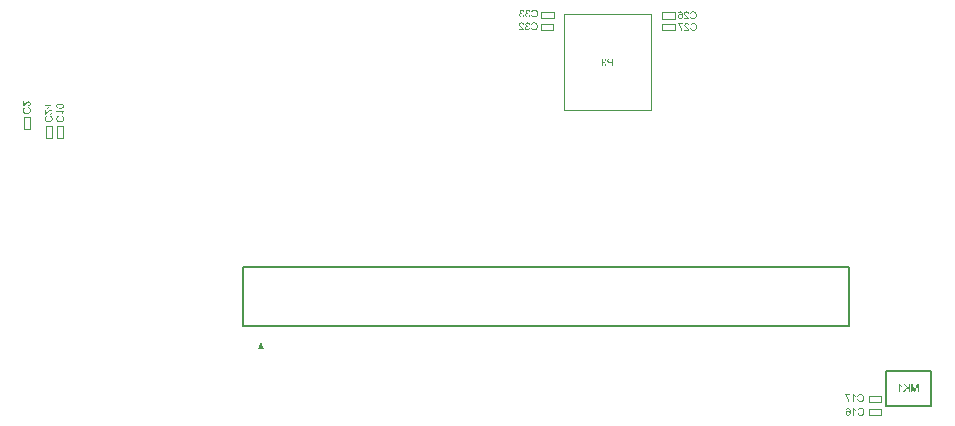
<source format=gbr>
%TF.GenerationSoftware,Altium Limited,Altium Designer,20.1.11 (218)*%
G04 Layer_Color=16711935*
%FSLAX26Y26*%
%MOIN*%
%TF.SameCoordinates,27E64F16-BD7F-4648-91A1-9AE93EB88D02*%
%TF.FilePolarity,Positive*%
%TF.FileFunction,Other,Bottom_Assembly*%
%TF.Part,Single*%
G01*
G75*
%TA.AperFunction,NonConductor*%
%ADD77C,0.005000*%
%ADD78C,0.007874*%
%ADD97C,0.003937*%
%ADD123C,0.001968*%
G36*
X1097244Y443622D02*
X1107244Y418622D01*
X1087244D01*
X1097244Y443622D01*
D02*
G37*
G36*
X3225753Y301312D02*
X3226160Y300720D01*
X3226641Y300128D01*
X3227085Y299610D01*
X3227529Y299166D01*
X3227862Y298796D01*
X3228010Y298685D01*
X3228121Y298574D01*
X3228158Y298537D01*
X3228195Y298500D01*
X3228972Y297871D01*
X3229749Y297279D01*
X3230489Y296761D01*
X3231229Y296354D01*
X3231858Y295984D01*
X3232117Y295836D01*
X3232339Y295725D01*
X3232524Y295614D01*
X3232672Y295577D01*
X3232746Y295503D01*
X3232783D01*
Y292469D01*
X3232228Y292691D01*
X3231673Y292950D01*
X3231118Y293209D01*
X3230600Y293468D01*
X3230156Y293690D01*
X3229786Y293875D01*
X3229564Y294023D01*
X3229527Y294060D01*
X3229490D01*
X3228824Y294467D01*
X3228232Y294874D01*
X3227714Y295244D01*
X3227307Y295577D01*
X3226937Y295836D01*
X3226715Y296058D01*
X3226530Y296206D01*
X3226493Y296243D01*
Y276226D01*
X3223348D01*
Y301941D01*
X3225383D01*
X3225753Y301312D01*
D02*
G37*
G36*
X3257906Y276226D02*
X3254502D01*
Y285106D01*
X3250321Y289139D01*
X3241219Y276226D01*
X3236742D01*
X3247953Y291433D01*
X3237223Y301830D01*
X3241848D01*
X3254502Y289102D01*
Y301830D01*
X3257906D01*
Y276226D01*
D02*
G37*
G36*
X3287691D02*
X3284435D01*
Y298019D01*
X3277035Y276226D01*
X3274001D01*
X3266527Y297649D01*
Y276226D01*
X3263271D01*
Y301830D01*
X3267822D01*
X3273964Y283996D01*
X3274297Y283034D01*
X3274556Y282220D01*
X3274815Y281517D01*
X3275000Y280925D01*
X3275148Y280481D01*
X3275259Y280148D01*
X3275296Y279963D01*
X3275333Y279889D01*
X3275481Y280407D01*
X3275666Y280999D01*
X3275888Y281628D01*
X3276073Y282257D01*
X3276258Y282812D01*
X3276406Y283256D01*
X3276480Y283441D01*
X3276517Y283552D01*
X3276554Y283626D01*
Y283663D01*
X3282622Y301830D01*
X3287691D01*
Y276226D01*
D02*
G37*
G36*
X305034Y1232452D02*
X305663Y1232896D01*
X305922Y1233118D01*
X306181Y1233303D01*
X306403Y1233488D01*
X306551Y1233636D01*
X306662Y1233747D01*
X306699Y1233784D01*
X306884Y1233969D01*
X307069Y1234191D01*
X307550Y1234709D01*
X308105Y1235301D01*
X308660Y1235930D01*
X309141Y1236522D01*
X309363Y1236781D01*
X309585Y1237003D01*
X309733Y1237188D01*
X309844Y1237336D01*
X309918Y1237410D01*
X309955Y1237447D01*
X310473Y1238039D01*
X310954Y1238631D01*
X311435Y1239149D01*
X311842Y1239630D01*
X312249Y1240074D01*
X312619Y1240444D01*
X312952Y1240814D01*
X313248Y1241110D01*
X313544Y1241406D01*
X313766Y1241628D01*
X313951Y1241813D01*
X314136Y1241998D01*
X314358Y1242183D01*
X314432Y1242257D01*
X315061Y1242775D01*
X315616Y1243219D01*
X316171Y1243589D01*
X316615Y1243885D01*
X317022Y1244107D01*
X317318Y1244255D01*
X317503Y1244329D01*
X317577Y1244366D01*
X318132Y1244588D01*
X318687Y1244736D01*
X319205Y1244884D01*
X319649Y1244958D01*
X320056Y1244995D01*
X320352Y1245032D01*
X320537D01*
X320611D01*
X321166Y1244995D01*
X321684Y1244921D01*
X322202Y1244847D01*
X322646Y1244699D01*
X323534Y1244329D01*
X324237Y1243959D01*
X324570Y1243737D01*
X324829Y1243552D01*
X325088Y1243367D01*
X325273Y1243182D01*
X325421Y1243034D01*
X325569Y1242960D01*
X325606Y1242886D01*
X325643Y1242849D01*
X326013Y1242442D01*
X326346Y1241998D01*
X326605Y1241517D01*
X326827Y1241036D01*
X327197Y1240074D01*
X327456Y1239112D01*
X327530Y1238705D01*
X327604Y1238298D01*
X327641Y1237928D01*
X327678Y1237632D01*
X327715Y1237373D01*
Y1237003D01*
X327678Y1236337D01*
X327641Y1235708D01*
X327530Y1235116D01*
X327419Y1234561D01*
X327271Y1234043D01*
X327123Y1233562D01*
X326938Y1233118D01*
X326753Y1232711D01*
X326568Y1232341D01*
X326383Y1232045D01*
X326235Y1231786D01*
X326087Y1231564D01*
X325976Y1231379D01*
X325865Y1231268D01*
X325828Y1231194D01*
X325791Y1231157D01*
X325421Y1230787D01*
X325014Y1230454D01*
X324570Y1230121D01*
X324126Y1229862D01*
X323238Y1229418D01*
X322350Y1229122D01*
X321943Y1229011D01*
X321536Y1228900D01*
X321203Y1228826D01*
X320907Y1228752D01*
X320648Y1228715D01*
X320463D01*
X320352Y1228678D01*
X320315D01*
X319982Y1231897D01*
X320833Y1231971D01*
X321573Y1232119D01*
X322239Y1232341D01*
X322757Y1232600D01*
X323201Y1232822D01*
X323497Y1233044D01*
X323682Y1233192D01*
X323756Y1233266D01*
X324200Y1233821D01*
X324533Y1234413D01*
X324792Y1235042D01*
X324940Y1235597D01*
X325051Y1236115D01*
X325088Y1236559D01*
X325125Y1236707D01*
Y1236929D01*
X325088Y1237706D01*
X324940Y1238409D01*
X324718Y1239001D01*
X324496Y1239519D01*
X324237Y1239926D01*
X324052Y1240185D01*
X323904Y1240370D01*
X323830Y1240444D01*
X323312Y1240888D01*
X322794Y1241221D01*
X322276Y1241480D01*
X321758Y1241628D01*
X321351Y1241739D01*
X320981Y1241776D01*
X320759Y1241813D01*
X320722D01*
X320685D01*
X320019Y1241739D01*
X319316Y1241591D01*
X318687Y1241332D01*
X318095Y1241073D01*
X317614Y1240777D01*
X317207Y1240518D01*
X317059Y1240444D01*
X316948Y1240370D01*
X316911Y1240296D01*
X316874D01*
X316467Y1240000D01*
X316060Y1239630D01*
X315616Y1239223D01*
X315172Y1238779D01*
X314284Y1237854D01*
X313396Y1236929D01*
X312989Y1236448D01*
X312619Y1236041D01*
X312286Y1235634D01*
X311990Y1235301D01*
X311768Y1235042D01*
X311583Y1234820D01*
X311472Y1234672D01*
X311435Y1234635D01*
X310658Y1233710D01*
X309918Y1232859D01*
X309252Y1232156D01*
X308697Y1231601D01*
X308216Y1231120D01*
X307883Y1230787D01*
X307661Y1230602D01*
X307624Y1230528D01*
X307587D01*
X306958Y1230010D01*
X306366Y1229603D01*
X305774Y1229233D01*
X305256Y1228937D01*
X304812Y1228715D01*
X304479Y1228567D01*
X304257Y1228493D01*
X304220Y1228456D01*
X304183D01*
X303776Y1228308D01*
X303406Y1228234D01*
X303036Y1228160D01*
X302703Y1228123D01*
X302407Y1228086D01*
X302185D01*
X302037D01*
X302000D01*
Y1245069D01*
X305034D01*
Y1232452D01*
D02*
G37*
G36*
X310954Y1222240D02*
X310362Y1222092D01*
X309807Y1221907D01*
X309289Y1221722D01*
X308808Y1221537D01*
X308364Y1221315D01*
X307994Y1221093D01*
X307624Y1220834D01*
X307291Y1220612D01*
X306995Y1220427D01*
X306773Y1220205D01*
X306551Y1220020D01*
X306366Y1219872D01*
X306255Y1219724D01*
X306144Y1219613D01*
X306107Y1219576D01*
X306070Y1219539D01*
X305774Y1219169D01*
X305552Y1218762D01*
X305145Y1217948D01*
X304849Y1217171D01*
X304664Y1216394D01*
X304516Y1215728D01*
X304479Y1215469D01*
Y1215210D01*
X304442Y1214988D01*
Y1214729D01*
X304479Y1213878D01*
X304627Y1213064D01*
X304812Y1212324D01*
X305034Y1211658D01*
X305256Y1211140D01*
X305367Y1210918D01*
X305441Y1210733D01*
X305515Y1210585D01*
X305589Y1210474D01*
X305626Y1210400D01*
Y1210363D01*
X306144Y1209660D01*
X306699Y1209068D01*
X307328Y1208550D01*
X307920Y1208143D01*
X308438Y1207810D01*
X308882Y1207588D01*
X309067Y1207514D01*
X309178Y1207440D01*
X309252Y1207403D01*
X309289D01*
X310251Y1207107D01*
X311213Y1206885D01*
X312175Y1206700D01*
X313063Y1206589D01*
X313470Y1206552D01*
X313840Y1206515D01*
X314173D01*
X314432Y1206478D01*
X314654D01*
X314839D01*
X314950D01*
X314987D01*
X315949Y1206515D01*
X316837Y1206589D01*
X317651Y1206737D01*
X318391Y1206885D01*
X319020Y1206996D01*
X319279Y1207070D01*
X319501Y1207144D01*
X319686Y1207181D01*
X319797Y1207218D01*
X319871Y1207255D01*
X319908D01*
X320759Y1207625D01*
X321536Y1208032D01*
X322165Y1208476D01*
X322720Y1208957D01*
X323164Y1209364D01*
X323460Y1209697D01*
X323645Y1209956D01*
X323719Y1209993D01*
Y1210030D01*
X324200Y1210807D01*
X324570Y1211658D01*
X324829Y1212472D01*
X324977Y1213249D01*
X325088Y1213952D01*
X325125Y1214248D01*
Y1214507D01*
X325162Y1214692D01*
Y1214988D01*
X325125Y1215913D01*
X324977Y1216764D01*
X324755Y1217467D01*
X324533Y1218096D01*
X324274Y1218577D01*
X324089Y1218947D01*
X323941Y1219169D01*
X323867Y1219243D01*
X323312Y1219835D01*
X322683Y1220390D01*
X322017Y1220834D01*
X321351Y1221204D01*
X320759Y1221500D01*
X320463Y1221611D01*
X320241Y1221685D01*
X320056Y1221759D01*
X319908Y1221833D01*
X319834Y1221870D01*
X319797D01*
X320574Y1225200D01*
X321240Y1224978D01*
X321832Y1224756D01*
X322387Y1224460D01*
X322942Y1224201D01*
X323423Y1223905D01*
X323867Y1223572D01*
X324311Y1223276D01*
X324681Y1222980D01*
X324977Y1222684D01*
X325273Y1222425D01*
X325532Y1222166D01*
X325717Y1221981D01*
X325902Y1221796D01*
X326013Y1221648D01*
X326050Y1221574D01*
X326087Y1221537D01*
X326420Y1221019D01*
X326753Y1220501D01*
X327012Y1219983D01*
X327234Y1219428D01*
X327567Y1218318D01*
X327789Y1217319D01*
X327900Y1216838D01*
X327937Y1216431D01*
X327974Y1216024D01*
X328011Y1215691D01*
X328048Y1215432D01*
Y1215062D01*
X327974Y1213841D01*
X327789Y1212657D01*
X327567Y1211621D01*
X327419Y1211140D01*
X327271Y1210696D01*
X327123Y1210289D01*
X326975Y1209919D01*
X326864Y1209623D01*
X326753Y1209327D01*
X326642Y1209142D01*
X326568Y1208994D01*
X326531Y1208883D01*
X326494Y1208846D01*
X325865Y1207847D01*
X325125Y1206996D01*
X324385Y1206256D01*
X323645Y1205627D01*
X322979Y1205146D01*
X322683Y1204961D01*
X322424Y1204813D01*
X322239Y1204665D01*
X322091Y1204591D01*
X321980Y1204554D01*
X321943Y1204517D01*
X320796Y1203999D01*
X319612Y1203629D01*
X318428Y1203370D01*
X317355Y1203185D01*
X316874Y1203111D01*
X316393Y1203074D01*
X316023Y1203037D01*
X315653D01*
X315394Y1203000D01*
X315172D01*
X315024D01*
X314987D01*
X313655Y1203074D01*
X312360Y1203222D01*
X311213Y1203407D01*
X310658Y1203555D01*
X310177Y1203666D01*
X309733Y1203777D01*
X309326Y1203925D01*
X308956Y1204036D01*
X308660Y1204110D01*
X308438Y1204221D01*
X308253Y1204258D01*
X308142Y1204332D01*
X308105D01*
X306995Y1204887D01*
X305996Y1205516D01*
X305145Y1206182D01*
X304812Y1206515D01*
X304479Y1206811D01*
X304183Y1207107D01*
X303924Y1207403D01*
X303702Y1207662D01*
X303554Y1207884D01*
X303406Y1208032D01*
X303295Y1208180D01*
X303258Y1208254D01*
X303221Y1208291D01*
X302925Y1208809D01*
X302666Y1209327D01*
X302259Y1210437D01*
X301963Y1211547D01*
X301778Y1212620D01*
X301704Y1213138D01*
X301630Y1213582D01*
X301593Y1213989D01*
Y1214322D01*
X301556Y1214618D01*
Y1215025D01*
X301593Y1215765D01*
X301667Y1216468D01*
X301741Y1217134D01*
X301889Y1217763D01*
X302074Y1218355D01*
X302259Y1218910D01*
X302444Y1219428D01*
X302666Y1219909D01*
X302851Y1220316D01*
X303036Y1220723D01*
X303221Y1221019D01*
X303406Y1221315D01*
X303554Y1221500D01*
X303628Y1221685D01*
X303702Y1221759D01*
X303739Y1221796D01*
X304183Y1222314D01*
X304627Y1222758D01*
X305145Y1223165D01*
X305663Y1223572D01*
X306699Y1224238D01*
X307735Y1224756D01*
X308216Y1224978D01*
X308660Y1225163D01*
X309067Y1225311D01*
X309400Y1225422D01*
X309696Y1225533D01*
X309918Y1225607D01*
X310066Y1225644D01*
X310103D01*
X310954Y1222240D01*
D02*
G37*
G36*
X2240474Y1387641D02*
X2241473Y1387456D01*
X2242324Y1387160D01*
X2243064Y1386864D01*
X2243397Y1386679D01*
X2243656Y1386531D01*
X2243915Y1386383D01*
X2244100Y1386235D01*
X2244248Y1386124D01*
X2244359Y1386050D01*
X2244433Y1386013D01*
X2244470Y1385976D01*
X2245173Y1385273D01*
X2245728Y1384496D01*
X2246172Y1383682D01*
X2246542Y1382868D01*
X2246764Y1382165D01*
X2246875Y1381869D01*
X2246949Y1381610D01*
X2246986Y1381388D01*
X2247023Y1381240D01*
X2247060Y1381129D01*
Y1381092D01*
X2243915Y1380537D01*
X2243767Y1381351D01*
X2243545Y1382054D01*
X2243286Y1382646D01*
X2243027Y1383127D01*
X2242768Y1383497D01*
X2242546Y1383756D01*
X2242398Y1383941D01*
X2242361Y1383978D01*
X2241880Y1384348D01*
X2241362Y1384644D01*
X2240881Y1384829D01*
X2240400Y1384977D01*
X2239956Y1385051D01*
X2239623Y1385125D01*
X2239327D01*
X2238661Y1385088D01*
X2238069Y1384940D01*
X2237551Y1384755D01*
X2237107Y1384570D01*
X2236774Y1384348D01*
X2236515Y1384163D01*
X2236330Y1384015D01*
X2236293Y1383978D01*
X2235886Y1383534D01*
X2235590Y1383053D01*
X2235405Y1382572D01*
X2235257Y1382128D01*
X2235183Y1381721D01*
X2235109Y1381425D01*
Y1381203D01*
Y1381166D01*
Y1381129D01*
Y1380722D01*
X2235183Y1380352D01*
X2235368Y1379723D01*
X2235627Y1379168D01*
X2235923Y1378687D01*
X2236219Y1378354D01*
X2236478Y1378095D01*
X2236663Y1377947D01*
X2236700Y1377910D01*
X2236737D01*
X2237366Y1377577D01*
X2237958Y1377318D01*
X2238587Y1377133D01*
X2239142Y1377022D01*
X2239623Y1376948D01*
X2240030Y1376874D01*
X2240511D01*
X2240659Y1376911D01*
X2240844D01*
X2241214Y1374136D01*
X2240733Y1374247D01*
X2240289Y1374321D01*
X2239919Y1374395D01*
X2239586Y1374432D01*
X2239327Y1374469D01*
X2238994D01*
X2238217Y1374395D01*
X2237514Y1374247D01*
X2236885Y1374025D01*
X2236367Y1373766D01*
X2235960Y1373507D01*
X2235664Y1373285D01*
X2235479Y1373137D01*
X2235405Y1373063D01*
X2234924Y1372508D01*
X2234554Y1371916D01*
X2234295Y1371324D01*
X2234147Y1370732D01*
X2234036Y1370251D01*
X2233999Y1369844D01*
X2233962Y1369696D01*
Y1369585D01*
Y1369511D01*
Y1369474D01*
X2234036Y1368660D01*
X2234221Y1367920D01*
X2234443Y1367291D01*
X2234739Y1366736D01*
X2235035Y1366292D01*
X2235257Y1365959D01*
X2235442Y1365737D01*
X2235516Y1365663D01*
X2236108Y1365145D01*
X2236737Y1364775D01*
X2237366Y1364516D01*
X2237958Y1364331D01*
X2238476Y1364220D01*
X2238883Y1364183D01*
X2239031Y1364146D01*
X2239253D01*
X2239919Y1364183D01*
X2240548Y1364331D01*
X2241103Y1364516D01*
X2241547Y1364738D01*
X2241917Y1364923D01*
X2242213Y1365108D01*
X2242361Y1365256D01*
X2242435Y1365293D01*
X2242879Y1365811D01*
X2243249Y1366403D01*
X2243582Y1367032D01*
X2243841Y1367698D01*
X2244026Y1368253D01*
X2244100Y1368512D01*
X2244137Y1368734D01*
X2244174Y1368919D01*
X2244211Y1369067D01*
X2244248Y1369141D01*
Y1369178D01*
X2247393Y1368771D01*
X2247319Y1368179D01*
X2247208Y1367624D01*
X2246875Y1366588D01*
X2246468Y1365700D01*
X2246246Y1365330D01*
X2246024Y1364960D01*
X2245802Y1364627D01*
X2245580Y1364368D01*
X2245395Y1364109D01*
X2245210Y1363924D01*
X2245099Y1363776D01*
X2244988Y1363665D01*
X2244914Y1363591D01*
X2244877Y1363554D01*
X2244433Y1363221D01*
X2243989Y1362888D01*
X2243545Y1362629D01*
X2243064Y1362407D01*
X2242139Y1362037D01*
X2241251Y1361815D01*
X2240844Y1361741D01*
X2240474Y1361667D01*
X2240141Y1361630D01*
X2239845Y1361593D01*
X2239623Y1361556D01*
X2239290D01*
X2238587Y1361593D01*
X2237958Y1361667D01*
X2237329Y1361778D01*
X2236737Y1361926D01*
X2236182Y1362111D01*
X2235701Y1362296D01*
X2235220Y1362518D01*
X2234813Y1362740D01*
X2234406Y1362925D01*
X2234073Y1363147D01*
X2233777Y1363332D01*
X2233555Y1363517D01*
X2233370Y1363665D01*
X2233222Y1363776D01*
X2233148Y1363850D01*
X2233111Y1363887D01*
X2232667Y1364331D01*
X2232297Y1364812D01*
X2231964Y1365293D01*
X2231668Y1365774D01*
X2231446Y1366218D01*
X2231224Y1366699D01*
X2230928Y1367587D01*
X2230854Y1367994D01*
X2230780Y1368364D01*
X2230706Y1368697D01*
X2230669Y1368993D01*
X2230632Y1369215D01*
Y1369400D01*
Y1369511D01*
Y1369548D01*
X2230669Y1370436D01*
X2230817Y1371250D01*
X2231039Y1371953D01*
X2231261Y1372545D01*
X2231483Y1373026D01*
X2231705Y1373396D01*
X2231853Y1373618D01*
X2231890Y1373692D01*
X2232408Y1374247D01*
X2232963Y1374728D01*
X2233555Y1375098D01*
X2234147Y1375394D01*
X2234665Y1375616D01*
X2235072Y1375764D01*
X2235220Y1375801D01*
X2235331Y1375838D01*
X2235405Y1375875D01*
X2235442D01*
X2234813Y1376208D01*
X2234295Y1376541D01*
X2233851Y1376911D01*
X2233481Y1377244D01*
X2233185Y1377540D01*
X2232963Y1377799D01*
X2232852Y1377947D01*
X2232815Y1378021D01*
X2232519Y1378539D01*
X2232297Y1379057D01*
X2232112Y1379575D01*
X2232001Y1380056D01*
X2231927Y1380463D01*
X2231890Y1380759D01*
Y1380981D01*
Y1381055D01*
X2231927Y1381684D01*
X2232038Y1382313D01*
X2232186Y1382868D01*
X2232371Y1383349D01*
X2232556Y1383756D01*
X2232704Y1384089D01*
X2232815Y1384274D01*
X2232852Y1384348D01*
X2233222Y1384903D01*
X2233666Y1385384D01*
X2234110Y1385791D01*
X2234554Y1386161D01*
X2234924Y1386420D01*
X2235257Y1386642D01*
X2235479Y1386753D01*
X2235516Y1386790D01*
X2235553D01*
X2236219Y1387086D01*
X2236885Y1387308D01*
X2237551Y1387493D01*
X2238143Y1387604D01*
X2238624Y1387678D01*
X2239031Y1387715D01*
X2239956D01*
X2240474Y1387641D01*
D02*
G37*
G36*
X2270000Y1362000D02*
X2266596D01*
Y1372397D01*
X2260047D01*
X2259085Y1372434D01*
X2258160Y1372508D01*
X2257346Y1372619D01*
X2256606Y1372767D01*
X2255903Y1372915D01*
X2255311Y1373100D01*
X2254756Y1373322D01*
X2254275Y1373544D01*
X2253868Y1373729D01*
X2253498Y1373951D01*
X2253202Y1374136D01*
X2252980Y1374321D01*
X2252795Y1374432D01*
X2252684Y1374543D01*
X2252610Y1374617D01*
X2252573Y1374654D01*
X2252203Y1375098D01*
X2251870Y1375542D01*
X2251611Y1375986D01*
X2251352Y1376467D01*
X2251130Y1376948D01*
X2250982Y1377392D01*
X2250723Y1378243D01*
X2250649Y1378650D01*
X2250575Y1379020D01*
X2250538Y1379353D01*
X2250501Y1379612D01*
X2250464Y1379871D01*
Y1380019D01*
Y1380130D01*
Y1380167D01*
X2250501Y1380870D01*
X2250575Y1381536D01*
X2250723Y1382128D01*
X2250834Y1382646D01*
X2250982Y1383090D01*
X2251130Y1383423D01*
X2251204Y1383608D01*
X2251241Y1383682D01*
X2251537Y1384237D01*
X2251907Y1384718D01*
X2252240Y1385162D01*
X2252573Y1385495D01*
X2252869Y1385754D01*
X2253091Y1385976D01*
X2253239Y1386087D01*
X2253313Y1386124D01*
X2253794Y1386420D01*
X2254349Y1386679D01*
X2254867Y1386901D01*
X2255348Y1387086D01*
X2255792Y1387197D01*
X2256125Y1387271D01*
X2256384Y1387345D01*
X2256458D01*
X2257013Y1387419D01*
X2257642Y1387493D01*
X2258308Y1387530D01*
X2258937Y1387567D01*
X2259492Y1387604D01*
X2270000D01*
Y1362000D01*
D02*
G37*
G36*
X1986514Y1550641D02*
X1987513Y1550456D01*
X1988364Y1550160D01*
X1989104Y1549864D01*
X1989437Y1549679D01*
X1989696Y1549531D01*
X1989955Y1549383D01*
X1990140Y1549235D01*
X1990288Y1549124D01*
X1990399Y1549050D01*
X1990473Y1549013D01*
X1990510Y1548976D01*
X1991213Y1548273D01*
X1991768Y1547496D01*
X1992212Y1546682D01*
X1992582Y1545868D01*
X1992804Y1545165D01*
X1992915Y1544869D01*
X1992989Y1544610D01*
X1993026Y1544388D01*
X1993063Y1544240D01*
X1993100Y1544129D01*
Y1544092D01*
X1989955Y1543537D01*
X1989807Y1544351D01*
X1989585Y1545054D01*
X1989326Y1545646D01*
X1989067Y1546127D01*
X1988808Y1546497D01*
X1988586Y1546756D01*
X1988438Y1546941D01*
X1988401Y1546978D01*
X1987920Y1547348D01*
X1987402Y1547644D01*
X1986921Y1547829D01*
X1986440Y1547977D01*
X1985996Y1548051D01*
X1985663Y1548125D01*
X1985367D01*
X1984701Y1548088D01*
X1984109Y1547940D01*
X1983591Y1547755D01*
X1983147Y1547570D01*
X1982814Y1547348D01*
X1982555Y1547163D01*
X1982370Y1547015D01*
X1982333Y1546978D01*
X1981926Y1546534D01*
X1981630Y1546053D01*
X1981445Y1545572D01*
X1981297Y1545128D01*
X1981223Y1544721D01*
X1981149Y1544425D01*
Y1544203D01*
Y1544166D01*
Y1544129D01*
Y1543722D01*
X1981223Y1543352D01*
X1981408Y1542723D01*
X1981667Y1542168D01*
X1981963Y1541687D01*
X1982259Y1541354D01*
X1982518Y1541095D01*
X1982703Y1540947D01*
X1982740Y1540910D01*
X1982777D01*
X1983406Y1540577D01*
X1983998Y1540318D01*
X1984627Y1540133D01*
X1985182Y1540022D01*
X1985663Y1539948D01*
X1986070Y1539874D01*
X1986551D01*
X1986699Y1539911D01*
X1986884D01*
X1987254Y1537136D01*
X1986773Y1537247D01*
X1986329Y1537321D01*
X1985959Y1537395D01*
X1985626Y1537432D01*
X1985367Y1537469D01*
X1985034D01*
X1984257Y1537395D01*
X1983554Y1537247D01*
X1982925Y1537025D01*
X1982407Y1536766D01*
X1982000Y1536507D01*
X1981704Y1536285D01*
X1981519Y1536137D01*
X1981445Y1536063D01*
X1980964Y1535508D01*
X1980594Y1534916D01*
X1980335Y1534324D01*
X1980187Y1533732D01*
X1980076Y1533251D01*
X1980039Y1532844D01*
X1980002Y1532696D01*
Y1532585D01*
Y1532511D01*
Y1532474D01*
X1980076Y1531660D01*
X1980261Y1530920D01*
X1980483Y1530291D01*
X1980779Y1529736D01*
X1981075Y1529292D01*
X1981297Y1528959D01*
X1981482Y1528737D01*
X1981556Y1528663D01*
X1982148Y1528145D01*
X1982777Y1527775D01*
X1983406Y1527516D01*
X1983998Y1527331D01*
X1984516Y1527220D01*
X1984923Y1527183D01*
X1985071Y1527146D01*
X1985293D01*
X1985959Y1527183D01*
X1986588Y1527331D01*
X1987143Y1527516D01*
X1987587Y1527738D01*
X1987957Y1527923D01*
X1988253Y1528108D01*
X1988401Y1528256D01*
X1988475Y1528293D01*
X1988919Y1528811D01*
X1989289Y1529403D01*
X1989622Y1530032D01*
X1989881Y1530698D01*
X1990066Y1531253D01*
X1990140Y1531512D01*
X1990177Y1531734D01*
X1990214Y1531919D01*
X1990251Y1532067D01*
X1990288Y1532141D01*
Y1532178D01*
X1993433Y1531771D01*
X1993359Y1531179D01*
X1993248Y1530624D01*
X1992915Y1529588D01*
X1992508Y1528700D01*
X1992286Y1528330D01*
X1992064Y1527960D01*
X1991842Y1527627D01*
X1991620Y1527368D01*
X1991435Y1527109D01*
X1991250Y1526924D01*
X1991139Y1526776D01*
X1991028Y1526665D01*
X1990954Y1526591D01*
X1990917Y1526554D01*
X1990473Y1526221D01*
X1990029Y1525888D01*
X1989585Y1525629D01*
X1989104Y1525407D01*
X1988179Y1525037D01*
X1987291Y1524815D01*
X1986884Y1524741D01*
X1986514Y1524667D01*
X1986181Y1524630D01*
X1985885Y1524593D01*
X1985663Y1524556D01*
X1985330D01*
X1984627Y1524593D01*
X1983998Y1524667D01*
X1983369Y1524778D01*
X1982777Y1524926D01*
X1982222Y1525111D01*
X1981741Y1525296D01*
X1981260Y1525518D01*
X1980853Y1525740D01*
X1980446Y1525925D01*
X1980113Y1526147D01*
X1979817Y1526332D01*
X1979595Y1526517D01*
X1979410Y1526665D01*
X1979262Y1526776D01*
X1979188Y1526850D01*
X1979151Y1526887D01*
X1978707Y1527331D01*
X1978337Y1527812D01*
X1978004Y1528293D01*
X1977708Y1528774D01*
X1977486Y1529218D01*
X1977264Y1529699D01*
X1976968Y1530587D01*
X1976894Y1530994D01*
X1976820Y1531364D01*
X1976746Y1531697D01*
X1976709Y1531993D01*
X1976672Y1532215D01*
Y1532400D01*
Y1532511D01*
Y1532548D01*
X1976709Y1533436D01*
X1976857Y1534250D01*
X1977079Y1534953D01*
X1977301Y1535545D01*
X1977523Y1536026D01*
X1977745Y1536396D01*
X1977893Y1536618D01*
X1977930Y1536692D01*
X1978448Y1537247D01*
X1979003Y1537728D01*
X1979595Y1538098D01*
X1980187Y1538394D01*
X1980705Y1538616D01*
X1981112Y1538764D01*
X1981260Y1538801D01*
X1981371Y1538838D01*
X1981445Y1538875D01*
X1981482D01*
X1980853Y1539208D01*
X1980335Y1539541D01*
X1979891Y1539911D01*
X1979521Y1540244D01*
X1979225Y1540540D01*
X1979003Y1540799D01*
X1978892Y1540947D01*
X1978855Y1541021D01*
X1978559Y1541539D01*
X1978337Y1542057D01*
X1978152Y1542575D01*
X1978041Y1543056D01*
X1977967Y1543463D01*
X1977930Y1543759D01*
Y1543981D01*
Y1544055D01*
X1977967Y1544684D01*
X1978078Y1545313D01*
X1978226Y1545868D01*
X1978411Y1546349D01*
X1978596Y1546756D01*
X1978744Y1547089D01*
X1978855Y1547274D01*
X1978892Y1547348D01*
X1979262Y1547903D01*
X1979706Y1548384D01*
X1980150Y1548791D01*
X1980594Y1549161D01*
X1980964Y1549420D01*
X1981297Y1549642D01*
X1981519Y1549753D01*
X1981556Y1549790D01*
X1981593D01*
X1982259Y1550086D01*
X1982925Y1550308D01*
X1983591Y1550493D01*
X1984183Y1550604D01*
X1984664Y1550678D01*
X1985071Y1550715D01*
X1985996D01*
X1986514Y1550641D01*
D02*
G37*
G36*
X1966608D02*
X1967607Y1550456D01*
X1968458Y1550160D01*
X1969198Y1549864D01*
X1969531Y1549679D01*
X1969790Y1549531D01*
X1970049Y1549383D01*
X1970234Y1549235D01*
X1970382Y1549124D01*
X1970493Y1549050D01*
X1970567Y1549013D01*
X1970604Y1548976D01*
X1971307Y1548273D01*
X1971862Y1547496D01*
X1972306Y1546682D01*
X1972676Y1545868D01*
X1972898Y1545165D01*
X1973009Y1544869D01*
X1973083Y1544610D01*
X1973120Y1544388D01*
X1973157Y1544240D01*
X1973194Y1544129D01*
Y1544092D01*
X1970049Y1543537D01*
X1969901Y1544351D01*
X1969679Y1545054D01*
X1969420Y1545646D01*
X1969161Y1546127D01*
X1968902Y1546497D01*
X1968680Y1546756D01*
X1968532Y1546941D01*
X1968495Y1546978D01*
X1968014Y1547348D01*
X1967496Y1547644D01*
X1967015Y1547829D01*
X1966534Y1547977D01*
X1966090Y1548051D01*
X1965757Y1548125D01*
X1965461D01*
X1964795Y1548088D01*
X1964203Y1547940D01*
X1963685Y1547755D01*
X1963241Y1547570D01*
X1962908Y1547348D01*
X1962649Y1547163D01*
X1962464Y1547015D01*
X1962427Y1546978D01*
X1962020Y1546534D01*
X1961724Y1546053D01*
X1961539Y1545572D01*
X1961391Y1545128D01*
X1961317Y1544721D01*
X1961243Y1544425D01*
Y1544203D01*
Y1544166D01*
Y1544129D01*
Y1543722D01*
X1961317Y1543352D01*
X1961502Y1542723D01*
X1961761Y1542168D01*
X1962057Y1541687D01*
X1962353Y1541354D01*
X1962612Y1541095D01*
X1962797Y1540947D01*
X1962834Y1540910D01*
X1962871D01*
X1963500Y1540577D01*
X1964092Y1540318D01*
X1964721Y1540133D01*
X1965276Y1540022D01*
X1965757Y1539948D01*
X1966164Y1539874D01*
X1966645D01*
X1966793Y1539911D01*
X1966978D01*
X1967348Y1537136D01*
X1966867Y1537247D01*
X1966423Y1537321D01*
X1966053Y1537395D01*
X1965720Y1537432D01*
X1965461Y1537469D01*
X1965128D01*
X1964351Y1537395D01*
X1963648Y1537247D01*
X1963019Y1537025D01*
X1962501Y1536766D01*
X1962094Y1536507D01*
X1961798Y1536285D01*
X1961613Y1536137D01*
X1961539Y1536063D01*
X1961058Y1535508D01*
X1960688Y1534916D01*
X1960429Y1534324D01*
X1960281Y1533732D01*
X1960170Y1533251D01*
X1960133Y1532844D01*
X1960096Y1532696D01*
Y1532585D01*
Y1532511D01*
Y1532474D01*
X1960170Y1531660D01*
X1960355Y1530920D01*
X1960577Y1530291D01*
X1960873Y1529736D01*
X1961169Y1529292D01*
X1961391Y1528959D01*
X1961576Y1528737D01*
X1961650Y1528663D01*
X1962242Y1528145D01*
X1962871Y1527775D01*
X1963500Y1527516D01*
X1964092Y1527331D01*
X1964610Y1527220D01*
X1965017Y1527183D01*
X1965165Y1527146D01*
X1965387D01*
X1966053Y1527183D01*
X1966682Y1527331D01*
X1967237Y1527516D01*
X1967681Y1527738D01*
X1968051Y1527923D01*
X1968347Y1528108D01*
X1968495Y1528256D01*
X1968569Y1528293D01*
X1969013Y1528811D01*
X1969383Y1529403D01*
X1969716Y1530032D01*
X1969975Y1530698D01*
X1970160Y1531253D01*
X1970234Y1531512D01*
X1970271Y1531734D01*
X1970308Y1531919D01*
X1970345Y1532067D01*
X1970382Y1532141D01*
Y1532178D01*
X1973527Y1531771D01*
X1973453Y1531179D01*
X1973342Y1530624D01*
X1973009Y1529588D01*
X1972602Y1528700D01*
X1972380Y1528330D01*
X1972158Y1527960D01*
X1971936Y1527627D01*
X1971714Y1527368D01*
X1971529Y1527109D01*
X1971344Y1526924D01*
X1971233Y1526776D01*
X1971122Y1526665D01*
X1971048Y1526591D01*
X1971011Y1526554D01*
X1970567Y1526221D01*
X1970123Y1525888D01*
X1969679Y1525629D01*
X1969198Y1525407D01*
X1968273Y1525037D01*
X1967385Y1524815D01*
X1966978Y1524741D01*
X1966608Y1524667D01*
X1966275Y1524630D01*
X1965979Y1524593D01*
X1965757Y1524556D01*
X1965424D01*
X1964721Y1524593D01*
X1964092Y1524667D01*
X1963463Y1524778D01*
X1962871Y1524926D01*
X1962316Y1525111D01*
X1961835Y1525296D01*
X1961354Y1525518D01*
X1960947Y1525740D01*
X1960540Y1525925D01*
X1960207Y1526147D01*
X1959911Y1526332D01*
X1959689Y1526517D01*
X1959504Y1526665D01*
X1959356Y1526776D01*
X1959282Y1526850D01*
X1959245Y1526887D01*
X1958801Y1527331D01*
X1958431Y1527812D01*
X1958098Y1528293D01*
X1957802Y1528774D01*
X1957580Y1529218D01*
X1957358Y1529699D01*
X1957062Y1530587D01*
X1956988Y1530994D01*
X1956914Y1531364D01*
X1956840Y1531697D01*
X1956803Y1531993D01*
X1956766Y1532215D01*
Y1532400D01*
Y1532511D01*
Y1532548D01*
X1956803Y1533436D01*
X1956951Y1534250D01*
X1957173Y1534953D01*
X1957395Y1535545D01*
X1957617Y1536026D01*
X1957839Y1536396D01*
X1957987Y1536618D01*
X1958024Y1536692D01*
X1958542Y1537247D01*
X1959097Y1537728D01*
X1959689Y1538098D01*
X1960281Y1538394D01*
X1960799Y1538616D01*
X1961206Y1538764D01*
X1961354Y1538801D01*
X1961465Y1538838D01*
X1961539Y1538875D01*
X1961576D01*
X1960947Y1539208D01*
X1960429Y1539541D01*
X1959985Y1539911D01*
X1959615Y1540244D01*
X1959319Y1540540D01*
X1959097Y1540799D01*
X1958986Y1540947D01*
X1958949Y1541021D01*
X1958653Y1541539D01*
X1958431Y1542057D01*
X1958246Y1542575D01*
X1958135Y1543056D01*
X1958061Y1543463D01*
X1958024Y1543759D01*
Y1543981D01*
Y1544055D01*
X1958061Y1544684D01*
X1958172Y1545313D01*
X1958320Y1545868D01*
X1958505Y1546349D01*
X1958690Y1546756D01*
X1958838Y1547089D01*
X1958949Y1547274D01*
X1958986Y1547348D01*
X1959356Y1547903D01*
X1959800Y1548384D01*
X1960244Y1548791D01*
X1960688Y1549161D01*
X1961058Y1549420D01*
X1961391Y1549642D01*
X1961613Y1549753D01*
X1961650Y1549790D01*
X1961687D01*
X1962353Y1550086D01*
X1963019Y1550308D01*
X1963685Y1550493D01*
X1964277Y1550604D01*
X1964758Y1550678D01*
X1965165Y1550715D01*
X1966090D01*
X1966608Y1550641D01*
D02*
G37*
G36*
X2008159Y1550974D02*
X2009343Y1550789D01*
X2010379Y1550567D01*
X2010860Y1550419D01*
X2011304Y1550271D01*
X2011711Y1550123D01*
X2012081Y1549975D01*
X2012377Y1549864D01*
X2012673Y1549753D01*
X2012858Y1549642D01*
X2013006Y1549568D01*
X2013117Y1549531D01*
X2013154Y1549494D01*
X2014153Y1548865D01*
X2015004Y1548125D01*
X2015744Y1547385D01*
X2016373Y1546645D01*
X2016854Y1545979D01*
X2017039Y1545683D01*
X2017187Y1545424D01*
X2017335Y1545239D01*
X2017409Y1545091D01*
X2017446Y1544980D01*
X2017483Y1544943D01*
X2018001Y1543796D01*
X2018371Y1542612D01*
X2018630Y1541428D01*
X2018815Y1540355D01*
X2018889Y1539874D01*
X2018926Y1539393D01*
X2018963Y1539023D01*
Y1538653D01*
X2019000Y1538394D01*
Y1538172D01*
Y1538024D01*
Y1537987D01*
X2018926Y1536655D01*
X2018778Y1535360D01*
X2018593Y1534213D01*
X2018445Y1533658D01*
X2018334Y1533177D01*
X2018223Y1532733D01*
X2018075Y1532326D01*
X2017964Y1531956D01*
X2017890Y1531660D01*
X2017779Y1531438D01*
X2017742Y1531253D01*
X2017668Y1531142D01*
Y1531105D01*
X2017113Y1529995D01*
X2016484Y1528996D01*
X2015818Y1528145D01*
X2015485Y1527812D01*
X2015189Y1527479D01*
X2014893Y1527183D01*
X2014597Y1526924D01*
X2014338Y1526702D01*
X2014116Y1526554D01*
X2013968Y1526406D01*
X2013820Y1526295D01*
X2013746Y1526258D01*
X2013709Y1526221D01*
X2013191Y1525925D01*
X2012673Y1525666D01*
X2011563Y1525259D01*
X2010453Y1524963D01*
X2009380Y1524778D01*
X2008862Y1524704D01*
X2008418Y1524630D01*
X2008011Y1524593D01*
X2007678D01*
X2007382Y1524556D01*
X2006975D01*
X2006235Y1524593D01*
X2005532Y1524667D01*
X2004866Y1524741D01*
X2004237Y1524889D01*
X2003645Y1525074D01*
X2003090Y1525259D01*
X2002572Y1525444D01*
X2002091Y1525666D01*
X2001684Y1525851D01*
X2001277Y1526036D01*
X2000981Y1526221D01*
X2000685Y1526406D01*
X2000500Y1526554D01*
X2000315Y1526628D01*
X2000241Y1526702D01*
X2000204Y1526739D01*
X1999686Y1527183D01*
X1999242Y1527627D01*
X1998835Y1528145D01*
X1998428Y1528663D01*
X1997762Y1529699D01*
X1997244Y1530735D01*
X1997022Y1531216D01*
X1996837Y1531660D01*
X1996689Y1532067D01*
X1996578Y1532400D01*
X1996467Y1532696D01*
X1996393Y1532918D01*
X1996356Y1533066D01*
Y1533103D01*
X1999760Y1533954D01*
X1999908Y1533362D01*
X2000093Y1532807D01*
X2000278Y1532289D01*
X2000463Y1531808D01*
X2000685Y1531364D01*
X2000907Y1530994D01*
X2001166Y1530624D01*
X2001388Y1530291D01*
X2001573Y1529995D01*
X2001795Y1529773D01*
X2001980Y1529551D01*
X2002128Y1529366D01*
X2002276Y1529255D01*
X2002387Y1529144D01*
X2002424Y1529107D01*
X2002461Y1529070D01*
X2002831Y1528774D01*
X2003238Y1528552D01*
X2004052Y1528145D01*
X2004829Y1527849D01*
X2005606Y1527664D01*
X2006272Y1527516D01*
X2006531Y1527479D01*
X2006790D01*
X2007012Y1527442D01*
X2007271D01*
X2008122Y1527479D01*
X2008936Y1527627D01*
X2009676Y1527812D01*
X2010342Y1528034D01*
X2010860Y1528256D01*
X2011082Y1528367D01*
X2011267Y1528441D01*
X2011415Y1528515D01*
X2011526Y1528589D01*
X2011600Y1528626D01*
X2011637D01*
X2012340Y1529144D01*
X2012932Y1529699D01*
X2013450Y1530328D01*
X2013857Y1530920D01*
X2014190Y1531438D01*
X2014412Y1531882D01*
X2014486Y1532067D01*
X2014560Y1532178D01*
X2014597Y1532252D01*
Y1532289D01*
X2014893Y1533251D01*
X2015115Y1534213D01*
X2015300Y1535175D01*
X2015411Y1536063D01*
X2015448Y1536470D01*
X2015485Y1536840D01*
Y1537173D01*
X2015522Y1537432D01*
Y1537654D01*
Y1537839D01*
Y1537950D01*
Y1537987D01*
X2015485Y1538949D01*
X2015411Y1539837D01*
X2015263Y1540651D01*
X2015115Y1541391D01*
X2015004Y1542020D01*
X2014930Y1542279D01*
X2014856Y1542501D01*
X2014819Y1542686D01*
X2014782Y1542797D01*
X2014745Y1542871D01*
Y1542908D01*
X2014375Y1543759D01*
X2013968Y1544536D01*
X2013524Y1545165D01*
X2013043Y1545720D01*
X2012636Y1546164D01*
X2012303Y1546460D01*
X2012044Y1546645D01*
X2012007Y1546719D01*
X2011970D01*
X2011193Y1547200D01*
X2010342Y1547570D01*
X2009528Y1547829D01*
X2008751Y1547977D01*
X2008048Y1548088D01*
X2007752Y1548125D01*
X2007493D01*
X2007308Y1548162D01*
X2007012D01*
X2006087Y1548125D01*
X2005236Y1547977D01*
X2004533Y1547755D01*
X2003904Y1547533D01*
X2003423Y1547274D01*
X2003053Y1547089D01*
X2002831Y1546941D01*
X2002757Y1546867D01*
X2002165Y1546312D01*
X2001610Y1545683D01*
X2001166Y1545017D01*
X2000796Y1544351D01*
X2000500Y1543759D01*
X2000389Y1543463D01*
X2000315Y1543241D01*
X2000241Y1543056D01*
X2000167Y1542908D01*
X2000130Y1542834D01*
Y1542797D01*
X1996800Y1543574D01*
X1997022Y1544240D01*
X1997244Y1544832D01*
X1997540Y1545387D01*
X1997799Y1545942D01*
X1998095Y1546423D01*
X1998428Y1546867D01*
X1998724Y1547311D01*
X1999020Y1547681D01*
X1999316Y1547977D01*
X1999575Y1548273D01*
X1999834Y1548532D01*
X2000019Y1548717D01*
X2000204Y1548902D01*
X2000352Y1549013D01*
X2000426Y1549050D01*
X2000463Y1549087D01*
X2000981Y1549420D01*
X2001499Y1549753D01*
X2002017Y1550012D01*
X2002572Y1550234D01*
X2003682Y1550567D01*
X2004681Y1550789D01*
X2005162Y1550900D01*
X2005569Y1550937D01*
X2005976Y1550974D01*
X2006309Y1551011D01*
X2006568Y1551048D01*
X2006938D01*
X2008159Y1550974D01*
D02*
G37*
G36*
X1985514Y1507641D02*
X1986513Y1507456D01*
X1987364Y1507160D01*
X1988104Y1506864D01*
X1988437Y1506679D01*
X1988696Y1506531D01*
X1988955Y1506383D01*
X1989140Y1506235D01*
X1989288Y1506124D01*
X1989399Y1506050D01*
X1989473Y1506013D01*
X1989510Y1505976D01*
X1990213Y1505273D01*
X1990768Y1504496D01*
X1991212Y1503682D01*
X1991582Y1502868D01*
X1991804Y1502165D01*
X1991915Y1501869D01*
X1991989Y1501610D01*
X1992026Y1501388D01*
X1992063Y1501240D01*
X1992100Y1501129D01*
Y1501092D01*
X1988955Y1500537D01*
X1988807Y1501351D01*
X1988585Y1502054D01*
X1988326Y1502646D01*
X1988067Y1503127D01*
X1987808Y1503497D01*
X1987586Y1503756D01*
X1987438Y1503941D01*
X1987401Y1503978D01*
X1986920Y1504348D01*
X1986402Y1504644D01*
X1985921Y1504829D01*
X1985440Y1504977D01*
X1984996Y1505051D01*
X1984663Y1505125D01*
X1984367D01*
X1983701Y1505088D01*
X1983109Y1504940D01*
X1982591Y1504755D01*
X1982147Y1504570D01*
X1981814Y1504348D01*
X1981555Y1504163D01*
X1981370Y1504015D01*
X1981333Y1503978D01*
X1980926Y1503534D01*
X1980630Y1503053D01*
X1980445Y1502572D01*
X1980297Y1502128D01*
X1980223Y1501721D01*
X1980149Y1501425D01*
Y1501203D01*
Y1501166D01*
Y1501129D01*
Y1500722D01*
X1980223Y1500352D01*
X1980408Y1499723D01*
X1980667Y1499168D01*
X1980963Y1498687D01*
X1981259Y1498354D01*
X1981518Y1498095D01*
X1981703Y1497947D01*
X1981740Y1497910D01*
X1981777D01*
X1982406Y1497577D01*
X1982998Y1497318D01*
X1983627Y1497133D01*
X1984182Y1497022D01*
X1984663Y1496948D01*
X1985070Y1496874D01*
X1985551D01*
X1985699Y1496911D01*
X1985884D01*
X1986254Y1494136D01*
X1985773Y1494247D01*
X1985329Y1494321D01*
X1984959Y1494395D01*
X1984626Y1494432D01*
X1984367Y1494469D01*
X1984034D01*
X1983257Y1494395D01*
X1982554Y1494247D01*
X1981925Y1494025D01*
X1981407Y1493766D01*
X1981000Y1493507D01*
X1980704Y1493285D01*
X1980519Y1493137D01*
X1980445Y1493063D01*
X1979964Y1492508D01*
X1979594Y1491916D01*
X1979335Y1491324D01*
X1979187Y1490732D01*
X1979076Y1490251D01*
X1979039Y1489844D01*
X1979002Y1489696D01*
Y1489585D01*
Y1489511D01*
Y1489474D01*
X1979076Y1488660D01*
X1979261Y1487920D01*
X1979483Y1487291D01*
X1979779Y1486736D01*
X1980075Y1486292D01*
X1980297Y1485959D01*
X1980482Y1485737D01*
X1980556Y1485663D01*
X1981148Y1485145D01*
X1981777Y1484775D01*
X1982406Y1484516D01*
X1982998Y1484331D01*
X1983516Y1484220D01*
X1983923Y1484183D01*
X1984071Y1484146D01*
X1984293D01*
X1984959Y1484183D01*
X1985588Y1484331D01*
X1986143Y1484516D01*
X1986587Y1484738D01*
X1986957Y1484923D01*
X1987253Y1485108D01*
X1987401Y1485256D01*
X1987475Y1485293D01*
X1987919Y1485811D01*
X1988289Y1486403D01*
X1988622Y1487032D01*
X1988881Y1487698D01*
X1989066Y1488253D01*
X1989140Y1488512D01*
X1989177Y1488734D01*
X1989214Y1488919D01*
X1989251Y1489067D01*
X1989288Y1489141D01*
Y1489178D01*
X1992433Y1488771D01*
X1992359Y1488179D01*
X1992248Y1487624D01*
X1991915Y1486588D01*
X1991508Y1485700D01*
X1991286Y1485330D01*
X1991064Y1484960D01*
X1990842Y1484627D01*
X1990620Y1484368D01*
X1990435Y1484109D01*
X1990250Y1483924D01*
X1990139Y1483776D01*
X1990028Y1483665D01*
X1989954Y1483591D01*
X1989917Y1483554D01*
X1989473Y1483221D01*
X1989029Y1482888D01*
X1988585Y1482629D01*
X1988104Y1482407D01*
X1987179Y1482037D01*
X1986291Y1481815D01*
X1985884Y1481741D01*
X1985514Y1481667D01*
X1985181Y1481630D01*
X1984885Y1481593D01*
X1984663Y1481556D01*
X1984330D01*
X1983627Y1481593D01*
X1982998Y1481667D01*
X1982369Y1481778D01*
X1981777Y1481926D01*
X1981222Y1482111D01*
X1980741Y1482296D01*
X1980260Y1482518D01*
X1979853Y1482740D01*
X1979446Y1482925D01*
X1979113Y1483147D01*
X1978817Y1483332D01*
X1978595Y1483517D01*
X1978410Y1483665D01*
X1978262Y1483776D01*
X1978188Y1483850D01*
X1978151Y1483887D01*
X1977707Y1484331D01*
X1977337Y1484812D01*
X1977004Y1485293D01*
X1976708Y1485774D01*
X1976486Y1486218D01*
X1976264Y1486699D01*
X1975968Y1487587D01*
X1975894Y1487994D01*
X1975820Y1488364D01*
X1975746Y1488697D01*
X1975709Y1488993D01*
X1975672Y1489215D01*
Y1489400D01*
Y1489511D01*
Y1489548D01*
X1975709Y1490436D01*
X1975857Y1491250D01*
X1976079Y1491953D01*
X1976301Y1492545D01*
X1976523Y1493026D01*
X1976745Y1493396D01*
X1976893Y1493618D01*
X1976930Y1493692D01*
X1977448Y1494247D01*
X1978003Y1494728D01*
X1978595Y1495098D01*
X1979187Y1495394D01*
X1979705Y1495616D01*
X1980112Y1495764D01*
X1980260Y1495801D01*
X1980371Y1495838D01*
X1980445Y1495875D01*
X1980482D01*
X1979853Y1496208D01*
X1979335Y1496541D01*
X1978891Y1496911D01*
X1978521Y1497244D01*
X1978225Y1497540D01*
X1978003Y1497799D01*
X1977892Y1497947D01*
X1977855Y1498021D01*
X1977559Y1498539D01*
X1977337Y1499057D01*
X1977152Y1499575D01*
X1977041Y1500056D01*
X1976967Y1500463D01*
X1976930Y1500759D01*
Y1500981D01*
Y1501055D01*
X1976967Y1501684D01*
X1977078Y1502313D01*
X1977226Y1502868D01*
X1977411Y1503349D01*
X1977596Y1503756D01*
X1977744Y1504089D01*
X1977855Y1504274D01*
X1977892Y1504348D01*
X1978262Y1504903D01*
X1978706Y1505384D01*
X1979150Y1505791D01*
X1979594Y1506161D01*
X1979964Y1506420D01*
X1980297Y1506642D01*
X1980519Y1506753D01*
X1980556Y1506790D01*
X1980593D01*
X1981259Y1507086D01*
X1981925Y1507308D01*
X1982591Y1507493D01*
X1983183Y1507604D01*
X1983664Y1507678D01*
X1984071Y1507715D01*
X1984996D01*
X1985514Y1507641D01*
D02*
G37*
G36*
X1964757Y1507678D02*
X1965386Y1507641D01*
X1965978Y1507530D01*
X1966533Y1507419D01*
X1967051Y1507271D01*
X1967532Y1507123D01*
X1967976Y1506938D01*
X1968383Y1506753D01*
X1968753Y1506568D01*
X1969049Y1506383D01*
X1969308Y1506235D01*
X1969530Y1506087D01*
X1969715Y1505976D01*
X1969826Y1505865D01*
X1969900Y1505828D01*
X1969937Y1505791D01*
X1970307Y1505421D01*
X1970640Y1505014D01*
X1970973Y1504570D01*
X1971232Y1504126D01*
X1971676Y1503238D01*
X1971972Y1502350D01*
X1972083Y1501943D01*
X1972194Y1501536D01*
X1972268Y1501203D01*
X1972342Y1500907D01*
X1972379Y1500648D01*
Y1500463D01*
X1972416Y1500352D01*
Y1500315D01*
X1969197Y1499982D01*
X1969123Y1500833D01*
X1968975Y1501573D01*
X1968753Y1502239D01*
X1968494Y1502757D01*
X1968272Y1503201D01*
X1968050Y1503497D01*
X1967902Y1503682D01*
X1967828Y1503756D01*
X1967273Y1504200D01*
X1966681Y1504533D01*
X1966052Y1504792D01*
X1965497Y1504940D01*
X1964979Y1505051D01*
X1964535Y1505088D01*
X1964387Y1505125D01*
X1964165D01*
X1963388Y1505088D01*
X1962685Y1504940D01*
X1962093Y1504718D01*
X1961575Y1504496D01*
X1961168Y1504237D01*
X1960909Y1504052D01*
X1960724Y1503904D01*
X1960650Y1503830D01*
X1960206Y1503312D01*
X1959873Y1502794D01*
X1959614Y1502276D01*
X1959466Y1501758D01*
X1959355Y1501351D01*
X1959318Y1500981D01*
X1959281Y1500759D01*
Y1500722D01*
Y1500685D01*
X1959355Y1500019D01*
X1959503Y1499316D01*
X1959762Y1498687D01*
X1960021Y1498095D01*
X1960317Y1497614D01*
X1960576Y1497207D01*
X1960650Y1497059D01*
X1960724Y1496948D01*
X1960798Y1496911D01*
Y1496874D01*
X1961094Y1496467D01*
X1961464Y1496060D01*
X1961871Y1495616D01*
X1962315Y1495172D01*
X1963240Y1494284D01*
X1964165Y1493396D01*
X1964646Y1492989D01*
X1965053Y1492619D01*
X1965460Y1492286D01*
X1965793Y1491990D01*
X1966052Y1491768D01*
X1966274Y1491583D01*
X1966422Y1491472D01*
X1966459Y1491435D01*
X1967384Y1490658D01*
X1968235Y1489918D01*
X1968938Y1489252D01*
X1969493Y1488697D01*
X1969974Y1488216D01*
X1970307Y1487883D01*
X1970492Y1487661D01*
X1970566Y1487624D01*
Y1487587D01*
X1971084Y1486958D01*
X1971491Y1486366D01*
X1971861Y1485774D01*
X1972157Y1485256D01*
X1972379Y1484812D01*
X1972527Y1484479D01*
X1972601Y1484257D01*
X1972638Y1484220D01*
Y1484183D01*
X1972786Y1483776D01*
X1972860Y1483406D01*
X1972934Y1483036D01*
X1972971Y1482703D01*
X1973008Y1482407D01*
Y1482185D01*
Y1482037D01*
Y1482000D01*
X1956025D01*
Y1485034D01*
X1968642D01*
X1968198Y1485663D01*
X1967976Y1485922D01*
X1967791Y1486181D01*
X1967606Y1486403D01*
X1967458Y1486551D01*
X1967347Y1486662D01*
X1967310Y1486699D01*
X1967125Y1486884D01*
X1966903Y1487069D01*
X1966385Y1487550D01*
X1965793Y1488105D01*
X1965164Y1488660D01*
X1964572Y1489141D01*
X1964313Y1489363D01*
X1964091Y1489585D01*
X1963906Y1489733D01*
X1963758Y1489844D01*
X1963684Y1489918D01*
X1963647Y1489955D01*
X1963055Y1490473D01*
X1962463Y1490954D01*
X1961945Y1491435D01*
X1961464Y1491842D01*
X1961020Y1492249D01*
X1960650Y1492619D01*
X1960280Y1492952D01*
X1959984Y1493248D01*
X1959688Y1493544D01*
X1959466Y1493766D01*
X1959281Y1493951D01*
X1959096Y1494136D01*
X1958911Y1494358D01*
X1958837Y1494432D01*
X1958319Y1495061D01*
X1957875Y1495616D01*
X1957505Y1496171D01*
X1957209Y1496615D01*
X1956987Y1497022D01*
X1956839Y1497318D01*
X1956765Y1497503D01*
X1956728Y1497577D01*
X1956506Y1498132D01*
X1956358Y1498687D01*
X1956210Y1499205D01*
X1956136Y1499649D01*
X1956099Y1500056D01*
X1956062Y1500352D01*
Y1500537D01*
Y1500611D01*
X1956099Y1501166D01*
X1956173Y1501684D01*
X1956247Y1502202D01*
X1956395Y1502646D01*
X1956765Y1503534D01*
X1957135Y1504237D01*
X1957357Y1504570D01*
X1957542Y1504829D01*
X1957727Y1505088D01*
X1957912Y1505273D01*
X1958060Y1505421D01*
X1958134Y1505569D01*
X1958208Y1505606D01*
X1958245Y1505643D01*
X1958652Y1506013D01*
X1959096Y1506346D01*
X1959577Y1506605D01*
X1960058Y1506827D01*
X1961020Y1507197D01*
X1961982Y1507456D01*
X1962389Y1507530D01*
X1962796Y1507604D01*
X1963166Y1507641D01*
X1963462Y1507678D01*
X1963721Y1507715D01*
X1964091D01*
X1964757Y1507678D01*
D02*
G37*
G36*
X2007159Y1507974D02*
X2008343Y1507789D01*
X2009379Y1507567D01*
X2009860Y1507419D01*
X2010304Y1507271D01*
X2010711Y1507123D01*
X2011081Y1506975D01*
X2011377Y1506864D01*
X2011673Y1506753D01*
X2011858Y1506642D01*
X2012006Y1506568D01*
X2012117Y1506531D01*
X2012154Y1506494D01*
X2013153Y1505865D01*
X2014004Y1505125D01*
X2014744Y1504385D01*
X2015373Y1503645D01*
X2015854Y1502979D01*
X2016039Y1502683D01*
X2016187Y1502424D01*
X2016335Y1502239D01*
X2016409Y1502091D01*
X2016446Y1501980D01*
X2016483Y1501943D01*
X2017001Y1500796D01*
X2017371Y1499612D01*
X2017630Y1498428D01*
X2017815Y1497355D01*
X2017889Y1496874D01*
X2017926Y1496393D01*
X2017963Y1496023D01*
Y1495653D01*
X2018000Y1495394D01*
Y1495172D01*
Y1495024D01*
Y1494987D01*
X2017926Y1493655D01*
X2017778Y1492360D01*
X2017593Y1491213D01*
X2017445Y1490658D01*
X2017334Y1490177D01*
X2017223Y1489733D01*
X2017075Y1489326D01*
X2016964Y1488956D01*
X2016890Y1488660D01*
X2016779Y1488438D01*
X2016742Y1488253D01*
X2016668Y1488142D01*
Y1488105D01*
X2016113Y1486995D01*
X2015484Y1485996D01*
X2014818Y1485145D01*
X2014485Y1484812D01*
X2014189Y1484479D01*
X2013893Y1484183D01*
X2013597Y1483924D01*
X2013338Y1483702D01*
X2013116Y1483554D01*
X2012968Y1483406D01*
X2012820Y1483295D01*
X2012746Y1483258D01*
X2012709Y1483221D01*
X2012191Y1482925D01*
X2011673Y1482666D01*
X2010563Y1482259D01*
X2009453Y1481963D01*
X2008380Y1481778D01*
X2007862Y1481704D01*
X2007418Y1481630D01*
X2007011Y1481593D01*
X2006678D01*
X2006382Y1481556D01*
X2005975D01*
X2005235Y1481593D01*
X2004532Y1481667D01*
X2003866Y1481741D01*
X2003237Y1481889D01*
X2002645Y1482074D01*
X2002090Y1482259D01*
X2001572Y1482444D01*
X2001091Y1482666D01*
X2000684Y1482851D01*
X2000277Y1483036D01*
X1999981Y1483221D01*
X1999685Y1483406D01*
X1999500Y1483554D01*
X1999315Y1483628D01*
X1999241Y1483702D01*
X1999204Y1483739D01*
X1998686Y1484183D01*
X1998242Y1484627D01*
X1997835Y1485145D01*
X1997428Y1485663D01*
X1996762Y1486699D01*
X1996244Y1487735D01*
X1996022Y1488216D01*
X1995837Y1488660D01*
X1995689Y1489067D01*
X1995578Y1489400D01*
X1995467Y1489696D01*
X1995393Y1489918D01*
X1995356Y1490066D01*
Y1490103D01*
X1998760Y1490954D01*
X1998908Y1490362D01*
X1999093Y1489807D01*
X1999278Y1489289D01*
X1999463Y1488808D01*
X1999685Y1488364D01*
X1999907Y1487994D01*
X2000166Y1487624D01*
X2000388Y1487291D01*
X2000573Y1486995D01*
X2000795Y1486773D01*
X2000980Y1486551D01*
X2001128Y1486366D01*
X2001276Y1486255D01*
X2001387Y1486144D01*
X2001424Y1486107D01*
X2001461Y1486070D01*
X2001831Y1485774D01*
X2002238Y1485552D01*
X2003052Y1485145D01*
X2003829Y1484849D01*
X2004606Y1484664D01*
X2005272Y1484516D01*
X2005531Y1484479D01*
X2005790D01*
X2006012Y1484442D01*
X2006271D01*
X2007122Y1484479D01*
X2007936Y1484627D01*
X2008676Y1484812D01*
X2009342Y1485034D01*
X2009860Y1485256D01*
X2010082Y1485367D01*
X2010267Y1485441D01*
X2010415Y1485515D01*
X2010526Y1485589D01*
X2010600Y1485626D01*
X2010637D01*
X2011340Y1486144D01*
X2011932Y1486699D01*
X2012450Y1487328D01*
X2012857Y1487920D01*
X2013190Y1488438D01*
X2013412Y1488882D01*
X2013486Y1489067D01*
X2013560Y1489178D01*
X2013597Y1489252D01*
Y1489289D01*
X2013893Y1490251D01*
X2014115Y1491213D01*
X2014300Y1492175D01*
X2014411Y1493063D01*
X2014448Y1493470D01*
X2014485Y1493840D01*
Y1494173D01*
X2014522Y1494432D01*
Y1494654D01*
Y1494839D01*
Y1494950D01*
Y1494987D01*
X2014485Y1495949D01*
X2014411Y1496837D01*
X2014263Y1497651D01*
X2014115Y1498391D01*
X2014004Y1499020D01*
X2013930Y1499279D01*
X2013856Y1499501D01*
X2013819Y1499686D01*
X2013782Y1499797D01*
X2013745Y1499871D01*
Y1499908D01*
X2013375Y1500759D01*
X2012968Y1501536D01*
X2012524Y1502165D01*
X2012043Y1502720D01*
X2011636Y1503164D01*
X2011303Y1503460D01*
X2011044Y1503645D01*
X2011007Y1503719D01*
X2010970D01*
X2010193Y1504200D01*
X2009342Y1504570D01*
X2008528Y1504829D01*
X2007751Y1504977D01*
X2007048Y1505088D01*
X2006752Y1505125D01*
X2006493D01*
X2006308Y1505162D01*
X2006012D01*
X2005087Y1505125D01*
X2004236Y1504977D01*
X2003533Y1504755D01*
X2002904Y1504533D01*
X2002423Y1504274D01*
X2002053Y1504089D01*
X2001831Y1503941D01*
X2001757Y1503867D01*
X2001165Y1503312D01*
X2000610Y1502683D01*
X2000166Y1502017D01*
X1999796Y1501351D01*
X1999500Y1500759D01*
X1999389Y1500463D01*
X1999315Y1500241D01*
X1999241Y1500056D01*
X1999167Y1499908D01*
X1999130Y1499834D01*
Y1499797D01*
X1995800Y1500574D01*
X1996022Y1501240D01*
X1996244Y1501832D01*
X1996540Y1502387D01*
X1996799Y1502942D01*
X1997095Y1503423D01*
X1997428Y1503867D01*
X1997724Y1504311D01*
X1998020Y1504681D01*
X1998316Y1504977D01*
X1998575Y1505273D01*
X1998834Y1505532D01*
X1999019Y1505717D01*
X1999204Y1505902D01*
X1999352Y1506013D01*
X1999426Y1506050D01*
X1999463Y1506087D01*
X1999981Y1506420D01*
X2000499Y1506753D01*
X2001017Y1507012D01*
X2001572Y1507234D01*
X2002682Y1507567D01*
X2003681Y1507789D01*
X2004162Y1507900D01*
X2004569Y1507937D01*
X2004976Y1507974D01*
X2005309Y1508011D01*
X2005568Y1508048D01*
X2005938D01*
X2007159Y1507974D01*
D02*
G37*
G36*
X2515663Y1505678D02*
X2516292Y1505641D01*
X2516884Y1505530D01*
X2517439Y1505419D01*
X2517957Y1505271D01*
X2518438Y1505123D01*
X2518882Y1504938D01*
X2519289Y1504753D01*
X2519659Y1504568D01*
X2519955Y1504383D01*
X2520214Y1504235D01*
X2520436Y1504087D01*
X2520621Y1503976D01*
X2520732Y1503865D01*
X2520806Y1503828D01*
X2520843Y1503791D01*
X2521213Y1503421D01*
X2521546Y1503014D01*
X2521879Y1502570D01*
X2522138Y1502126D01*
X2522582Y1501238D01*
X2522878Y1500350D01*
X2522989Y1499943D01*
X2523100Y1499536D01*
X2523174Y1499203D01*
X2523248Y1498907D01*
X2523285Y1498648D01*
Y1498463D01*
X2523322Y1498352D01*
Y1498315D01*
X2520103Y1497982D01*
X2520029Y1498833D01*
X2519881Y1499573D01*
X2519659Y1500239D01*
X2519400Y1500757D01*
X2519178Y1501201D01*
X2518956Y1501497D01*
X2518808Y1501682D01*
X2518734Y1501756D01*
X2518179Y1502200D01*
X2517587Y1502533D01*
X2516958Y1502792D01*
X2516403Y1502940D01*
X2515885Y1503051D01*
X2515441Y1503088D01*
X2515293Y1503125D01*
X2515071D01*
X2514294Y1503088D01*
X2513591Y1502940D01*
X2512999Y1502718D01*
X2512481Y1502496D01*
X2512074Y1502237D01*
X2511815Y1502052D01*
X2511630Y1501904D01*
X2511556Y1501830D01*
X2511112Y1501312D01*
X2510779Y1500794D01*
X2510520Y1500276D01*
X2510372Y1499758D01*
X2510261Y1499351D01*
X2510224Y1498981D01*
X2510187Y1498759D01*
Y1498722D01*
Y1498685D01*
X2510261Y1498019D01*
X2510409Y1497316D01*
X2510668Y1496687D01*
X2510927Y1496095D01*
X2511223Y1495614D01*
X2511482Y1495207D01*
X2511556Y1495059D01*
X2511630Y1494948D01*
X2511704Y1494911D01*
Y1494874D01*
X2512000Y1494467D01*
X2512370Y1494060D01*
X2512777Y1493616D01*
X2513221Y1493172D01*
X2514146Y1492284D01*
X2515071Y1491396D01*
X2515552Y1490989D01*
X2515959Y1490619D01*
X2516366Y1490286D01*
X2516699Y1489990D01*
X2516958Y1489768D01*
X2517180Y1489583D01*
X2517328Y1489472D01*
X2517365Y1489435D01*
X2518290Y1488658D01*
X2519141Y1487918D01*
X2519844Y1487252D01*
X2520399Y1486697D01*
X2520880Y1486216D01*
X2521213Y1485883D01*
X2521398Y1485661D01*
X2521472Y1485624D01*
Y1485587D01*
X2521990Y1484958D01*
X2522397Y1484366D01*
X2522767Y1483774D01*
X2523063Y1483256D01*
X2523285Y1482812D01*
X2523433Y1482479D01*
X2523507Y1482257D01*
X2523544Y1482220D01*
Y1482183D01*
X2523692Y1481776D01*
X2523766Y1481406D01*
X2523840Y1481036D01*
X2523877Y1480703D01*
X2523914Y1480407D01*
Y1480185D01*
Y1480037D01*
Y1480000D01*
X2506931D01*
Y1483034D01*
X2519548D01*
X2519104Y1483663D01*
X2518882Y1483922D01*
X2518697Y1484181D01*
X2518512Y1484403D01*
X2518364Y1484551D01*
X2518253Y1484662D01*
X2518216Y1484699D01*
X2518031Y1484884D01*
X2517809Y1485069D01*
X2517291Y1485550D01*
X2516699Y1486105D01*
X2516070Y1486660D01*
X2515478Y1487141D01*
X2515219Y1487363D01*
X2514997Y1487585D01*
X2514812Y1487733D01*
X2514664Y1487844D01*
X2514590Y1487918D01*
X2514553Y1487955D01*
X2513961Y1488473D01*
X2513369Y1488954D01*
X2512851Y1489435D01*
X2512370Y1489842D01*
X2511926Y1490249D01*
X2511556Y1490619D01*
X2511186Y1490952D01*
X2510890Y1491248D01*
X2510594Y1491544D01*
X2510372Y1491766D01*
X2510187Y1491951D01*
X2510002Y1492136D01*
X2509817Y1492358D01*
X2509743Y1492432D01*
X2509225Y1493061D01*
X2508781Y1493616D01*
X2508411Y1494171D01*
X2508115Y1494615D01*
X2507893Y1495022D01*
X2507745Y1495318D01*
X2507671Y1495503D01*
X2507634Y1495577D01*
X2507412Y1496132D01*
X2507264Y1496687D01*
X2507116Y1497205D01*
X2507042Y1497649D01*
X2507005Y1498056D01*
X2506968Y1498352D01*
Y1498537D01*
Y1498611D01*
X2507005Y1499166D01*
X2507079Y1499684D01*
X2507153Y1500202D01*
X2507301Y1500646D01*
X2507671Y1501534D01*
X2508041Y1502237D01*
X2508263Y1502570D01*
X2508448Y1502829D01*
X2508633Y1503088D01*
X2508818Y1503273D01*
X2508966Y1503421D01*
X2509040Y1503569D01*
X2509114Y1503606D01*
X2509151Y1503643D01*
X2509558Y1504013D01*
X2510002Y1504346D01*
X2510483Y1504605D01*
X2510964Y1504827D01*
X2511926Y1505197D01*
X2512888Y1505456D01*
X2513295Y1505530D01*
X2513702Y1505604D01*
X2514072Y1505641D01*
X2514368Y1505678D01*
X2514627Y1505715D01*
X2514997D01*
X2515663Y1505678D01*
D02*
G37*
G36*
X2538159Y1505974D02*
X2539343Y1505789D01*
X2540379Y1505567D01*
X2540860Y1505419D01*
X2541304Y1505271D01*
X2541711Y1505123D01*
X2542081Y1504975D01*
X2542377Y1504864D01*
X2542673Y1504753D01*
X2542858Y1504642D01*
X2543006Y1504568D01*
X2543117Y1504531D01*
X2543154Y1504494D01*
X2544153Y1503865D01*
X2545004Y1503125D01*
X2545744Y1502385D01*
X2546373Y1501645D01*
X2546854Y1500979D01*
X2547039Y1500683D01*
X2547187Y1500424D01*
X2547335Y1500239D01*
X2547409Y1500091D01*
X2547446Y1499980D01*
X2547483Y1499943D01*
X2548001Y1498796D01*
X2548371Y1497612D01*
X2548630Y1496428D01*
X2548815Y1495355D01*
X2548889Y1494874D01*
X2548926Y1494393D01*
X2548963Y1494023D01*
Y1493653D01*
X2549000Y1493394D01*
Y1493172D01*
Y1493024D01*
Y1492987D01*
X2548926Y1491655D01*
X2548778Y1490360D01*
X2548593Y1489213D01*
X2548445Y1488658D01*
X2548334Y1488177D01*
X2548223Y1487733D01*
X2548075Y1487326D01*
X2547964Y1486956D01*
X2547890Y1486660D01*
X2547779Y1486438D01*
X2547742Y1486253D01*
X2547668Y1486142D01*
Y1486105D01*
X2547113Y1484995D01*
X2546484Y1483996D01*
X2545818Y1483145D01*
X2545485Y1482812D01*
X2545189Y1482479D01*
X2544893Y1482183D01*
X2544597Y1481924D01*
X2544338Y1481702D01*
X2544116Y1481554D01*
X2543968Y1481406D01*
X2543820Y1481295D01*
X2543746Y1481258D01*
X2543709Y1481221D01*
X2543191Y1480925D01*
X2542673Y1480666D01*
X2541563Y1480259D01*
X2540453Y1479963D01*
X2539380Y1479778D01*
X2538862Y1479704D01*
X2538418Y1479630D01*
X2538011Y1479593D01*
X2537678D01*
X2537382Y1479556D01*
X2536975D01*
X2536235Y1479593D01*
X2535532Y1479667D01*
X2534866Y1479741D01*
X2534237Y1479889D01*
X2533645Y1480074D01*
X2533090Y1480259D01*
X2532572Y1480444D01*
X2532091Y1480666D01*
X2531684Y1480851D01*
X2531277Y1481036D01*
X2530981Y1481221D01*
X2530685Y1481406D01*
X2530500Y1481554D01*
X2530315Y1481628D01*
X2530241Y1481702D01*
X2530204Y1481739D01*
X2529686Y1482183D01*
X2529242Y1482627D01*
X2528835Y1483145D01*
X2528428Y1483663D01*
X2527762Y1484699D01*
X2527244Y1485735D01*
X2527022Y1486216D01*
X2526837Y1486660D01*
X2526689Y1487067D01*
X2526578Y1487400D01*
X2526467Y1487696D01*
X2526393Y1487918D01*
X2526356Y1488066D01*
Y1488103D01*
X2529760Y1488954D01*
X2529908Y1488362D01*
X2530093Y1487807D01*
X2530278Y1487289D01*
X2530463Y1486808D01*
X2530685Y1486364D01*
X2530907Y1485994D01*
X2531166Y1485624D01*
X2531388Y1485291D01*
X2531573Y1484995D01*
X2531795Y1484773D01*
X2531980Y1484551D01*
X2532128Y1484366D01*
X2532276Y1484255D01*
X2532387Y1484144D01*
X2532424Y1484107D01*
X2532461Y1484070D01*
X2532831Y1483774D01*
X2533238Y1483552D01*
X2534052Y1483145D01*
X2534829Y1482849D01*
X2535606Y1482664D01*
X2536272Y1482516D01*
X2536531Y1482479D01*
X2536790D01*
X2537012Y1482442D01*
X2537271D01*
X2538122Y1482479D01*
X2538936Y1482627D01*
X2539676Y1482812D01*
X2540342Y1483034D01*
X2540860Y1483256D01*
X2541082Y1483367D01*
X2541267Y1483441D01*
X2541415Y1483515D01*
X2541526Y1483589D01*
X2541600Y1483626D01*
X2541637D01*
X2542340Y1484144D01*
X2542932Y1484699D01*
X2543450Y1485328D01*
X2543857Y1485920D01*
X2544190Y1486438D01*
X2544412Y1486882D01*
X2544486Y1487067D01*
X2544560Y1487178D01*
X2544597Y1487252D01*
Y1487289D01*
X2544893Y1488251D01*
X2545115Y1489213D01*
X2545300Y1490175D01*
X2545411Y1491063D01*
X2545448Y1491470D01*
X2545485Y1491840D01*
Y1492173D01*
X2545522Y1492432D01*
Y1492654D01*
Y1492839D01*
Y1492950D01*
Y1492987D01*
X2545485Y1493949D01*
X2545411Y1494837D01*
X2545263Y1495651D01*
X2545115Y1496391D01*
X2545004Y1497020D01*
X2544930Y1497279D01*
X2544856Y1497501D01*
X2544819Y1497686D01*
X2544782Y1497797D01*
X2544745Y1497871D01*
Y1497908D01*
X2544375Y1498759D01*
X2543968Y1499536D01*
X2543524Y1500165D01*
X2543043Y1500720D01*
X2542636Y1501164D01*
X2542303Y1501460D01*
X2542044Y1501645D01*
X2542007Y1501719D01*
X2541970D01*
X2541193Y1502200D01*
X2540342Y1502570D01*
X2539528Y1502829D01*
X2538751Y1502977D01*
X2538048Y1503088D01*
X2537752Y1503125D01*
X2537493D01*
X2537308Y1503162D01*
X2537012D01*
X2536087Y1503125D01*
X2535236Y1502977D01*
X2534533Y1502755D01*
X2533904Y1502533D01*
X2533423Y1502274D01*
X2533053Y1502089D01*
X2532831Y1501941D01*
X2532757Y1501867D01*
X2532165Y1501312D01*
X2531610Y1500683D01*
X2531166Y1500017D01*
X2530796Y1499351D01*
X2530500Y1498759D01*
X2530389Y1498463D01*
X2530315Y1498241D01*
X2530241Y1498056D01*
X2530167Y1497908D01*
X2530130Y1497834D01*
Y1497797D01*
X2526800Y1498574D01*
X2527022Y1499240D01*
X2527244Y1499832D01*
X2527540Y1500387D01*
X2527799Y1500942D01*
X2528095Y1501423D01*
X2528428Y1501867D01*
X2528724Y1502311D01*
X2529020Y1502681D01*
X2529316Y1502977D01*
X2529575Y1503273D01*
X2529834Y1503532D01*
X2530019Y1503717D01*
X2530204Y1503902D01*
X2530352Y1504013D01*
X2530426Y1504050D01*
X2530463Y1504087D01*
X2530981Y1504420D01*
X2531499Y1504753D01*
X2532017Y1505012D01*
X2532572Y1505234D01*
X2533682Y1505567D01*
X2534681Y1505789D01*
X2535162Y1505900D01*
X2535569Y1505937D01*
X2535976Y1505974D01*
X2536309Y1506011D01*
X2536568Y1506048D01*
X2536938D01*
X2538159Y1505974D01*
D02*
G37*
G36*
X2503342Y1502237D02*
X2490799D01*
X2491687Y1501164D01*
X2492538Y1500017D01*
X2493278Y1498907D01*
X2493981Y1497834D01*
X2494277Y1497353D01*
X2494536Y1496909D01*
X2494795Y1496502D01*
X2494980Y1496169D01*
X2495128Y1495873D01*
X2495239Y1495688D01*
X2495313Y1495540D01*
X2495350Y1495503D01*
X2496090Y1494023D01*
X2496756Y1492543D01*
X2497311Y1491137D01*
X2497533Y1490508D01*
X2497755Y1489879D01*
X2497977Y1489324D01*
X2498125Y1488806D01*
X2498273Y1488362D01*
X2498384Y1487992D01*
X2498495Y1487659D01*
X2498569Y1487437D01*
X2498606Y1487289D01*
Y1487252D01*
X2498976Y1485735D01*
X2499124Y1484995D01*
X2499235Y1484329D01*
X2499346Y1483700D01*
X2499457Y1483071D01*
X2499531Y1482553D01*
X2499605Y1482035D01*
X2499642Y1481591D01*
X2499679Y1481184D01*
X2499716Y1480814D01*
Y1480518D01*
X2499753Y1480296D01*
Y1480148D01*
Y1480037D01*
Y1480000D01*
X2496534D01*
X2496423Y1481406D01*
X2496238Y1482701D01*
X2496053Y1483885D01*
X2495942Y1484440D01*
X2495831Y1484958D01*
X2495757Y1485402D01*
X2495646Y1485809D01*
X2495572Y1486179D01*
X2495498Y1486475D01*
X2495424Y1486697D01*
X2495387Y1486882D01*
X2495350Y1486993D01*
Y1487030D01*
X2494795Y1488732D01*
X2494203Y1490323D01*
X2493907Y1491100D01*
X2493611Y1491840D01*
X2493278Y1492506D01*
X2492982Y1493172D01*
X2492723Y1493764D01*
X2492464Y1494282D01*
X2492242Y1494726D01*
X2492057Y1495133D01*
X2491872Y1495466D01*
X2491761Y1495688D01*
X2491687Y1495836D01*
X2491650Y1495873D01*
X2491206Y1496650D01*
X2490762Y1497427D01*
X2490318Y1498130D01*
X2489874Y1498796D01*
X2489467Y1499388D01*
X2489060Y1499980D01*
X2488653Y1500498D01*
X2488320Y1500942D01*
X2487987Y1501386D01*
X2487691Y1501756D01*
X2487395Y1502052D01*
X2487173Y1502311D01*
X2487025Y1502533D01*
X2486877Y1502681D01*
X2486803Y1502755D01*
X2486766Y1502792D01*
Y1505271D01*
X2503342D01*
Y1502237D01*
D02*
G37*
G36*
X2514663Y1544678D02*
X2515292Y1544641D01*
X2515884Y1544530D01*
X2516439Y1544419D01*
X2516957Y1544271D01*
X2517438Y1544123D01*
X2517882Y1543938D01*
X2518289Y1543753D01*
X2518659Y1543568D01*
X2518955Y1543383D01*
X2519214Y1543235D01*
X2519436Y1543087D01*
X2519621Y1542976D01*
X2519732Y1542865D01*
X2519806Y1542828D01*
X2519843Y1542791D01*
X2520213Y1542421D01*
X2520546Y1542014D01*
X2520879Y1541570D01*
X2521138Y1541126D01*
X2521582Y1540238D01*
X2521878Y1539350D01*
X2521989Y1538943D01*
X2522100Y1538536D01*
X2522174Y1538203D01*
X2522248Y1537907D01*
X2522285Y1537648D01*
Y1537463D01*
X2522322Y1537352D01*
Y1537315D01*
X2519103Y1536982D01*
X2519029Y1537833D01*
X2518881Y1538573D01*
X2518659Y1539239D01*
X2518400Y1539757D01*
X2518178Y1540201D01*
X2517956Y1540497D01*
X2517808Y1540682D01*
X2517734Y1540756D01*
X2517179Y1541200D01*
X2516587Y1541533D01*
X2515958Y1541792D01*
X2515403Y1541940D01*
X2514885Y1542051D01*
X2514441Y1542088D01*
X2514293Y1542125D01*
X2514071D01*
X2513294Y1542088D01*
X2512591Y1541940D01*
X2511999Y1541718D01*
X2511481Y1541496D01*
X2511074Y1541237D01*
X2510815Y1541052D01*
X2510630Y1540904D01*
X2510556Y1540830D01*
X2510112Y1540312D01*
X2509779Y1539794D01*
X2509520Y1539276D01*
X2509372Y1538758D01*
X2509261Y1538351D01*
X2509224Y1537981D01*
X2509187Y1537759D01*
Y1537722D01*
Y1537685D01*
X2509261Y1537019D01*
X2509409Y1536316D01*
X2509668Y1535687D01*
X2509927Y1535095D01*
X2510223Y1534614D01*
X2510482Y1534207D01*
X2510556Y1534059D01*
X2510630Y1533948D01*
X2510704Y1533911D01*
Y1533874D01*
X2511000Y1533467D01*
X2511370Y1533060D01*
X2511777Y1532616D01*
X2512221Y1532172D01*
X2513146Y1531284D01*
X2514071Y1530396D01*
X2514552Y1529989D01*
X2514959Y1529619D01*
X2515366Y1529286D01*
X2515699Y1528990D01*
X2515958Y1528768D01*
X2516180Y1528583D01*
X2516328Y1528472D01*
X2516365Y1528435D01*
X2517290Y1527658D01*
X2518141Y1526918D01*
X2518844Y1526252D01*
X2519399Y1525697D01*
X2519880Y1525216D01*
X2520213Y1524883D01*
X2520398Y1524661D01*
X2520472Y1524624D01*
Y1524587D01*
X2520990Y1523958D01*
X2521397Y1523366D01*
X2521767Y1522774D01*
X2522063Y1522256D01*
X2522285Y1521812D01*
X2522433Y1521479D01*
X2522507Y1521257D01*
X2522544Y1521220D01*
Y1521183D01*
X2522692Y1520776D01*
X2522766Y1520406D01*
X2522840Y1520036D01*
X2522877Y1519703D01*
X2522914Y1519407D01*
Y1519185D01*
Y1519037D01*
Y1519000D01*
X2505931D01*
Y1522034D01*
X2518548D01*
X2518104Y1522663D01*
X2517882Y1522922D01*
X2517697Y1523181D01*
X2517512Y1523403D01*
X2517364Y1523551D01*
X2517253Y1523662D01*
X2517216Y1523699D01*
X2517031Y1523884D01*
X2516809Y1524069D01*
X2516291Y1524550D01*
X2515699Y1525105D01*
X2515070Y1525660D01*
X2514478Y1526141D01*
X2514219Y1526363D01*
X2513997Y1526585D01*
X2513812Y1526733D01*
X2513664Y1526844D01*
X2513590Y1526918D01*
X2513553Y1526955D01*
X2512961Y1527473D01*
X2512369Y1527954D01*
X2511851Y1528435D01*
X2511370Y1528842D01*
X2510926Y1529249D01*
X2510556Y1529619D01*
X2510186Y1529952D01*
X2509890Y1530248D01*
X2509594Y1530544D01*
X2509372Y1530766D01*
X2509187Y1530951D01*
X2509002Y1531136D01*
X2508817Y1531358D01*
X2508743Y1531432D01*
X2508225Y1532061D01*
X2507781Y1532616D01*
X2507411Y1533171D01*
X2507115Y1533615D01*
X2506893Y1534022D01*
X2506745Y1534318D01*
X2506671Y1534503D01*
X2506634Y1534577D01*
X2506412Y1535132D01*
X2506264Y1535687D01*
X2506116Y1536205D01*
X2506042Y1536649D01*
X2506005Y1537056D01*
X2505968Y1537352D01*
Y1537537D01*
Y1537611D01*
X2506005Y1538166D01*
X2506079Y1538684D01*
X2506153Y1539202D01*
X2506301Y1539646D01*
X2506671Y1540534D01*
X2507041Y1541237D01*
X2507263Y1541570D01*
X2507448Y1541829D01*
X2507633Y1542088D01*
X2507818Y1542273D01*
X2507966Y1542421D01*
X2508040Y1542569D01*
X2508114Y1542606D01*
X2508151Y1542643D01*
X2508558Y1543013D01*
X2509002Y1543346D01*
X2509483Y1543605D01*
X2509964Y1543827D01*
X2510926Y1544197D01*
X2511888Y1544456D01*
X2512295Y1544530D01*
X2512702Y1544604D01*
X2513072Y1544641D01*
X2513368Y1544678D01*
X2513627Y1544715D01*
X2513997D01*
X2514663Y1544678D01*
D02*
G37*
G36*
X2494239D02*
X2494942Y1544604D01*
X2495608Y1544456D01*
X2496237Y1544271D01*
X2496792Y1544012D01*
X2497347Y1543790D01*
X2497828Y1543494D01*
X2498272Y1543235D01*
X2498642Y1542976D01*
X2499012Y1542680D01*
X2499308Y1542458D01*
X2499530Y1542236D01*
X2499715Y1542014D01*
X2499863Y1541866D01*
X2499937Y1541792D01*
X2499974Y1541755D01*
X2500455Y1541089D01*
X2500862Y1540312D01*
X2501232Y1539498D01*
X2501565Y1538647D01*
X2501824Y1537759D01*
X2502046Y1536871D01*
X2502231Y1535946D01*
X2502379Y1535095D01*
X2502490Y1534244D01*
X2502564Y1533467D01*
X2502638Y1532764D01*
X2502675Y1532172D01*
Y1531654D01*
X2502712Y1531284D01*
Y1531136D01*
Y1531025D01*
Y1530988D01*
Y1530951D01*
X2502675Y1529767D01*
X2502601Y1528657D01*
X2502490Y1527621D01*
X2502305Y1526659D01*
X2502120Y1525808D01*
X2501935Y1525031D01*
X2501713Y1524328D01*
X2501454Y1523699D01*
X2501232Y1523181D01*
X2501010Y1522700D01*
X2500825Y1522330D01*
X2500603Y1521997D01*
X2500455Y1521738D01*
X2500344Y1521590D01*
X2500270Y1521479D01*
X2500233Y1521442D01*
X2499752Y1520924D01*
X2499234Y1520480D01*
X2498716Y1520110D01*
X2498198Y1519777D01*
X2497643Y1519481D01*
X2497125Y1519259D01*
X2496607Y1519074D01*
X2496089Y1518926D01*
X2495645Y1518815D01*
X2495201Y1518704D01*
X2494831Y1518630D01*
X2494498Y1518593D01*
X2494202D01*
X2494017Y1518556D01*
X2493832D01*
X2492981Y1518593D01*
X2492204Y1518741D01*
X2491501Y1518889D01*
X2490872Y1519111D01*
X2490391Y1519296D01*
X2490021Y1519481D01*
X2489873Y1519518D01*
X2489762Y1519592D01*
X2489725Y1519629D01*
X2489688D01*
X2489059Y1520073D01*
X2488467Y1520591D01*
X2487986Y1521109D01*
X2487579Y1521627D01*
X2487246Y1522108D01*
X2487024Y1522478D01*
X2486950Y1522626D01*
X2486876Y1522737D01*
X2486839Y1522774D01*
Y1522811D01*
X2486469Y1523588D01*
X2486210Y1524402D01*
X2486025Y1525142D01*
X2485914Y1525845D01*
X2485803Y1526437D01*
Y1526659D01*
X2485766Y1526881D01*
Y1527066D01*
Y1527177D01*
Y1527251D01*
Y1527288D01*
X2485803Y1527954D01*
X2485877Y1528583D01*
X2485988Y1529212D01*
X2486099Y1529767D01*
X2486284Y1530285D01*
X2486469Y1530803D01*
X2486654Y1531247D01*
X2486876Y1531654D01*
X2487098Y1532024D01*
X2487283Y1532357D01*
X2487468Y1532616D01*
X2487653Y1532875D01*
X2487764Y1533060D01*
X2487875Y1533171D01*
X2487949Y1533245D01*
X2487986Y1533282D01*
X2488393Y1533689D01*
X2488837Y1534059D01*
X2489318Y1534355D01*
X2489762Y1534614D01*
X2490206Y1534873D01*
X2490650Y1535058D01*
X2491501Y1535317D01*
X2491871Y1535428D01*
X2492241Y1535502D01*
X2492537Y1535539D01*
X2492833Y1535576D01*
X2493055Y1535613D01*
X2493351D01*
X2494017Y1535576D01*
X2494646Y1535465D01*
X2495238Y1535354D01*
X2495756Y1535206D01*
X2496200Y1535021D01*
X2496533Y1534910D01*
X2496755Y1534799D01*
X2496792Y1534762D01*
X2496829D01*
X2497421Y1534392D01*
X2497939Y1533985D01*
X2498420Y1533578D01*
X2498790Y1533134D01*
X2499123Y1532764D01*
X2499382Y1532468D01*
X2499530Y1532246D01*
X2499567Y1532209D01*
Y1532875D01*
X2499530Y1533541D01*
X2499493Y1534133D01*
X2499419Y1534725D01*
X2499382Y1535243D01*
X2499308Y1535724D01*
X2499234Y1536168D01*
X2499123Y1536575D01*
X2499049Y1536945D01*
X2498975Y1537241D01*
X2498901Y1537500D01*
X2498864Y1537722D01*
X2498790Y1537870D01*
X2498753Y1537981D01*
X2498716Y1538055D01*
Y1538092D01*
X2498346Y1538832D01*
X2497976Y1539498D01*
X2497569Y1540016D01*
X2497199Y1540460D01*
X2496866Y1540830D01*
X2496607Y1541089D01*
X2496422Y1541237D01*
X2496348Y1541274D01*
X2495904Y1541570D01*
X2495460Y1541755D01*
X2495016Y1541903D01*
X2494572Y1542014D01*
X2494239Y1542088D01*
X2493943Y1542125D01*
X2493684D01*
X2493018Y1542051D01*
X2492389Y1541903D01*
X2491871Y1541681D01*
X2491390Y1541459D01*
X2491020Y1541200D01*
X2490761Y1540978D01*
X2490613Y1540830D01*
X2490539Y1540756D01*
X2490280Y1540423D01*
X2490021Y1540016D01*
X2489799Y1539572D01*
X2489651Y1539128D01*
X2489503Y1538721D01*
X2489392Y1538388D01*
X2489355Y1538166D01*
X2489318Y1538129D01*
Y1538092D01*
X2486173Y1538351D01*
X2486395Y1539387D01*
X2486728Y1540312D01*
X2487098Y1541126D01*
X2487505Y1541792D01*
X2487912Y1542310D01*
X2488060Y1542532D01*
X2488245Y1542717D01*
X2488356Y1542828D01*
X2488467Y1542939D01*
X2488504Y1542976D01*
X2488541Y1543013D01*
X2488911Y1543309D01*
X2489318Y1543568D01*
X2490132Y1544012D01*
X2490946Y1544308D01*
X2491723Y1544493D01*
X2492426Y1544641D01*
X2492722Y1544678D01*
X2492981D01*
X2493203Y1544715D01*
X2493499D01*
X2494239Y1544678D01*
D02*
G37*
G36*
X2537159Y1544974D02*
X2538343Y1544789D01*
X2539379Y1544567D01*
X2539860Y1544419D01*
X2540304Y1544271D01*
X2540711Y1544123D01*
X2541081Y1543975D01*
X2541377Y1543864D01*
X2541673Y1543753D01*
X2541858Y1543642D01*
X2542006Y1543568D01*
X2542117Y1543531D01*
X2542154Y1543494D01*
X2543153Y1542865D01*
X2544004Y1542125D01*
X2544744Y1541385D01*
X2545373Y1540645D01*
X2545854Y1539979D01*
X2546039Y1539683D01*
X2546187Y1539424D01*
X2546335Y1539239D01*
X2546409Y1539091D01*
X2546446Y1538980D01*
X2546483Y1538943D01*
X2547001Y1537796D01*
X2547371Y1536612D01*
X2547630Y1535428D01*
X2547815Y1534355D01*
X2547889Y1533874D01*
X2547926Y1533393D01*
X2547963Y1533023D01*
Y1532653D01*
X2548000Y1532394D01*
Y1532172D01*
Y1532024D01*
Y1531987D01*
X2547926Y1530655D01*
X2547778Y1529360D01*
X2547593Y1528213D01*
X2547445Y1527658D01*
X2547334Y1527177D01*
X2547223Y1526733D01*
X2547075Y1526326D01*
X2546964Y1525956D01*
X2546890Y1525660D01*
X2546779Y1525438D01*
X2546742Y1525253D01*
X2546668Y1525142D01*
Y1525105D01*
X2546113Y1523995D01*
X2545484Y1522996D01*
X2544818Y1522145D01*
X2544485Y1521812D01*
X2544189Y1521479D01*
X2543893Y1521183D01*
X2543597Y1520924D01*
X2543338Y1520702D01*
X2543116Y1520554D01*
X2542968Y1520406D01*
X2542820Y1520295D01*
X2542746Y1520258D01*
X2542709Y1520221D01*
X2542191Y1519925D01*
X2541673Y1519666D01*
X2540563Y1519259D01*
X2539453Y1518963D01*
X2538380Y1518778D01*
X2537862Y1518704D01*
X2537418Y1518630D01*
X2537011Y1518593D01*
X2536678D01*
X2536382Y1518556D01*
X2535975D01*
X2535235Y1518593D01*
X2534532Y1518667D01*
X2533866Y1518741D01*
X2533237Y1518889D01*
X2532645Y1519074D01*
X2532090Y1519259D01*
X2531572Y1519444D01*
X2531091Y1519666D01*
X2530684Y1519851D01*
X2530277Y1520036D01*
X2529981Y1520221D01*
X2529685Y1520406D01*
X2529500Y1520554D01*
X2529315Y1520628D01*
X2529241Y1520702D01*
X2529204Y1520739D01*
X2528686Y1521183D01*
X2528242Y1521627D01*
X2527835Y1522145D01*
X2527428Y1522663D01*
X2526762Y1523699D01*
X2526244Y1524735D01*
X2526022Y1525216D01*
X2525837Y1525660D01*
X2525689Y1526067D01*
X2525578Y1526400D01*
X2525467Y1526696D01*
X2525393Y1526918D01*
X2525356Y1527066D01*
Y1527103D01*
X2528760Y1527954D01*
X2528908Y1527362D01*
X2529093Y1526807D01*
X2529278Y1526289D01*
X2529463Y1525808D01*
X2529685Y1525364D01*
X2529907Y1524994D01*
X2530166Y1524624D01*
X2530388Y1524291D01*
X2530573Y1523995D01*
X2530795Y1523773D01*
X2530980Y1523551D01*
X2531128Y1523366D01*
X2531276Y1523255D01*
X2531387Y1523144D01*
X2531424Y1523107D01*
X2531461Y1523070D01*
X2531831Y1522774D01*
X2532238Y1522552D01*
X2533052Y1522145D01*
X2533829Y1521849D01*
X2534606Y1521664D01*
X2535272Y1521516D01*
X2535531Y1521479D01*
X2535790D01*
X2536012Y1521442D01*
X2536271D01*
X2537122Y1521479D01*
X2537936Y1521627D01*
X2538676Y1521812D01*
X2539342Y1522034D01*
X2539860Y1522256D01*
X2540082Y1522367D01*
X2540267Y1522441D01*
X2540415Y1522515D01*
X2540526Y1522589D01*
X2540600Y1522626D01*
X2540637D01*
X2541340Y1523144D01*
X2541932Y1523699D01*
X2542450Y1524328D01*
X2542857Y1524920D01*
X2543190Y1525438D01*
X2543412Y1525882D01*
X2543486Y1526067D01*
X2543560Y1526178D01*
X2543597Y1526252D01*
Y1526289D01*
X2543893Y1527251D01*
X2544115Y1528213D01*
X2544300Y1529175D01*
X2544411Y1530063D01*
X2544448Y1530470D01*
X2544485Y1530840D01*
Y1531173D01*
X2544522Y1531432D01*
Y1531654D01*
Y1531839D01*
Y1531950D01*
Y1531987D01*
X2544485Y1532949D01*
X2544411Y1533837D01*
X2544263Y1534651D01*
X2544115Y1535391D01*
X2544004Y1536020D01*
X2543930Y1536279D01*
X2543856Y1536501D01*
X2543819Y1536686D01*
X2543782Y1536797D01*
X2543745Y1536871D01*
Y1536908D01*
X2543375Y1537759D01*
X2542968Y1538536D01*
X2542524Y1539165D01*
X2542043Y1539720D01*
X2541636Y1540164D01*
X2541303Y1540460D01*
X2541044Y1540645D01*
X2541007Y1540719D01*
X2540970D01*
X2540193Y1541200D01*
X2539342Y1541570D01*
X2538528Y1541829D01*
X2537751Y1541977D01*
X2537048Y1542088D01*
X2536752Y1542125D01*
X2536493D01*
X2536308Y1542162D01*
X2536012D01*
X2535087Y1542125D01*
X2534236Y1541977D01*
X2533533Y1541755D01*
X2532904Y1541533D01*
X2532423Y1541274D01*
X2532053Y1541089D01*
X2531831Y1540941D01*
X2531757Y1540867D01*
X2531165Y1540312D01*
X2530610Y1539683D01*
X2530166Y1539017D01*
X2529796Y1538351D01*
X2529500Y1537759D01*
X2529389Y1537463D01*
X2529315Y1537241D01*
X2529241Y1537056D01*
X2529167Y1536908D01*
X2529130Y1536834D01*
Y1536797D01*
X2525800Y1537574D01*
X2526022Y1538240D01*
X2526244Y1538832D01*
X2526540Y1539387D01*
X2526799Y1539942D01*
X2527095Y1540423D01*
X2527428Y1540867D01*
X2527724Y1541311D01*
X2528020Y1541681D01*
X2528316Y1541977D01*
X2528575Y1542273D01*
X2528834Y1542532D01*
X2529019Y1542717D01*
X2529204Y1542902D01*
X2529352Y1543013D01*
X2529426Y1543050D01*
X2529463Y1543087D01*
X2529981Y1543420D01*
X2530499Y1543753D01*
X2531017Y1544012D01*
X2531572Y1544234D01*
X2532682Y1544567D01*
X2533681Y1544789D01*
X2534162Y1544900D01*
X2534569Y1544937D01*
X2534976Y1544974D01*
X2535309Y1545011D01*
X2535568Y1545048D01*
X2535938D01*
X2537159Y1544974D01*
D02*
G37*
G36*
X384028Y1233645D02*
X400604D01*
Y1231092D01*
X384028Y1219363D01*
X381142D01*
Y1230500D01*
X375000D01*
Y1233645D01*
X381142D01*
Y1237123D01*
X384028D01*
Y1233645D01*
D02*
G37*
G36*
X378034Y1204452D02*
X378663Y1204896D01*
X378922Y1205118D01*
X379181Y1205303D01*
X379403Y1205488D01*
X379551Y1205636D01*
X379662Y1205747D01*
X379699Y1205784D01*
X379884Y1205969D01*
X380069Y1206191D01*
X380550Y1206709D01*
X381105Y1207301D01*
X381660Y1207930D01*
X382141Y1208522D01*
X382363Y1208781D01*
X382585Y1209003D01*
X382733Y1209188D01*
X382844Y1209336D01*
X382918Y1209410D01*
X382955Y1209447D01*
X383473Y1210039D01*
X383954Y1210631D01*
X384435Y1211149D01*
X384842Y1211630D01*
X385249Y1212074D01*
X385619Y1212444D01*
X385952Y1212814D01*
X386248Y1213110D01*
X386544Y1213406D01*
X386766Y1213628D01*
X386951Y1213813D01*
X387136Y1213998D01*
X387358Y1214183D01*
X387432Y1214257D01*
X388061Y1214775D01*
X388616Y1215219D01*
X389171Y1215589D01*
X389615Y1215885D01*
X390022Y1216107D01*
X390318Y1216255D01*
X390503Y1216329D01*
X390577Y1216366D01*
X391132Y1216588D01*
X391687Y1216736D01*
X392205Y1216884D01*
X392649Y1216958D01*
X393056Y1216995D01*
X393352Y1217032D01*
X393537D01*
X393611D01*
X394166Y1216995D01*
X394684Y1216921D01*
X395202Y1216847D01*
X395646Y1216699D01*
X396534Y1216329D01*
X397237Y1215959D01*
X397570Y1215737D01*
X397829Y1215552D01*
X398088Y1215367D01*
X398273Y1215182D01*
X398421Y1215034D01*
X398569Y1214960D01*
X398606Y1214886D01*
X398643Y1214849D01*
X399013Y1214442D01*
X399346Y1213998D01*
X399605Y1213517D01*
X399827Y1213036D01*
X400197Y1212074D01*
X400456Y1211112D01*
X400530Y1210705D01*
X400604Y1210298D01*
X400641Y1209928D01*
X400678Y1209632D01*
X400715Y1209373D01*
Y1209003D01*
X400678Y1208337D01*
X400641Y1207708D01*
X400530Y1207116D01*
X400419Y1206561D01*
X400271Y1206043D01*
X400123Y1205562D01*
X399938Y1205118D01*
X399753Y1204711D01*
X399568Y1204341D01*
X399383Y1204045D01*
X399235Y1203786D01*
X399087Y1203564D01*
X398976Y1203379D01*
X398865Y1203268D01*
X398828Y1203194D01*
X398791Y1203157D01*
X398421Y1202787D01*
X398014Y1202454D01*
X397570Y1202121D01*
X397126Y1201862D01*
X396238Y1201418D01*
X395350Y1201122D01*
X394943Y1201011D01*
X394536Y1200900D01*
X394203Y1200826D01*
X393907Y1200752D01*
X393648Y1200715D01*
X393463D01*
X393352Y1200678D01*
X393315D01*
X392982Y1203897D01*
X393833Y1203971D01*
X394573Y1204119D01*
X395239Y1204341D01*
X395757Y1204600D01*
X396201Y1204822D01*
X396497Y1205044D01*
X396682Y1205192D01*
X396756Y1205266D01*
X397200Y1205821D01*
X397533Y1206413D01*
X397792Y1207042D01*
X397940Y1207597D01*
X398051Y1208115D01*
X398088Y1208559D01*
X398125Y1208707D01*
Y1208929D01*
X398088Y1209706D01*
X397940Y1210409D01*
X397718Y1211001D01*
X397496Y1211519D01*
X397237Y1211926D01*
X397052Y1212185D01*
X396904Y1212370D01*
X396830Y1212444D01*
X396312Y1212888D01*
X395794Y1213221D01*
X395276Y1213480D01*
X394758Y1213628D01*
X394351Y1213739D01*
X393981Y1213776D01*
X393759Y1213813D01*
X393722D01*
X393685D01*
X393019Y1213739D01*
X392316Y1213591D01*
X391687Y1213332D01*
X391095Y1213073D01*
X390614Y1212777D01*
X390207Y1212518D01*
X390059Y1212444D01*
X389948Y1212370D01*
X389911Y1212296D01*
X389874D01*
X389467Y1212000D01*
X389060Y1211630D01*
X388616Y1211223D01*
X388172Y1210779D01*
X387284Y1209854D01*
X386396Y1208929D01*
X385989Y1208448D01*
X385619Y1208041D01*
X385286Y1207634D01*
X384990Y1207301D01*
X384768Y1207042D01*
X384583Y1206820D01*
X384472Y1206672D01*
X384435Y1206635D01*
X383658Y1205710D01*
X382918Y1204859D01*
X382252Y1204156D01*
X381697Y1203601D01*
X381216Y1203120D01*
X380883Y1202787D01*
X380661Y1202602D01*
X380624Y1202528D01*
X380587D01*
X379958Y1202010D01*
X379366Y1201603D01*
X378774Y1201233D01*
X378256Y1200937D01*
X377812Y1200715D01*
X377479Y1200567D01*
X377257Y1200493D01*
X377220Y1200456D01*
X377183D01*
X376776Y1200308D01*
X376406Y1200234D01*
X376036Y1200160D01*
X375703Y1200123D01*
X375407Y1200086D01*
X375185D01*
X375037D01*
X375000D01*
Y1217069D01*
X378034D01*
Y1204452D01*
D02*
G37*
G36*
X383954Y1194240D02*
X383362Y1194092D01*
X382807Y1193907D01*
X382289Y1193722D01*
X381808Y1193537D01*
X381364Y1193315D01*
X380994Y1193093D01*
X380624Y1192834D01*
X380291Y1192612D01*
X379995Y1192427D01*
X379773Y1192205D01*
X379551Y1192020D01*
X379366Y1191872D01*
X379255Y1191724D01*
X379144Y1191613D01*
X379107Y1191576D01*
X379070Y1191539D01*
X378774Y1191169D01*
X378552Y1190762D01*
X378145Y1189948D01*
X377849Y1189171D01*
X377664Y1188394D01*
X377516Y1187728D01*
X377479Y1187469D01*
Y1187210D01*
X377442Y1186988D01*
Y1186729D01*
X377479Y1185878D01*
X377627Y1185064D01*
X377812Y1184324D01*
X378034Y1183658D01*
X378256Y1183140D01*
X378367Y1182918D01*
X378441Y1182733D01*
X378515Y1182585D01*
X378589Y1182474D01*
X378626Y1182400D01*
Y1182363D01*
X379144Y1181660D01*
X379699Y1181068D01*
X380328Y1180550D01*
X380920Y1180143D01*
X381438Y1179810D01*
X381882Y1179588D01*
X382067Y1179514D01*
X382178Y1179440D01*
X382252Y1179403D01*
X382289D01*
X383251Y1179107D01*
X384213Y1178885D01*
X385175Y1178700D01*
X386063Y1178589D01*
X386470Y1178552D01*
X386840Y1178515D01*
X387173D01*
X387432Y1178478D01*
X387654D01*
X387839D01*
X387950D01*
X387987D01*
X388949Y1178515D01*
X389837Y1178589D01*
X390651Y1178737D01*
X391391Y1178885D01*
X392020Y1178996D01*
X392279Y1179070D01*
X392501Y1179144D01*
X392686Y1179181D01*
X392797Y1179218D01*
X392871Y1179255D01*
X392908D01*
X393759Y1179625D01*
X394536Y1180032D01*
X395165Y1180476D01*
X395720Y1180957D01*
X396164Y1181364D01*
X396460Y1181697D01*
X396645Y1181956D01*
X396719Y1181993D01*
Y1182030D01*
X397200Y1182807D01*
X397570Y1183658D01*
X397829Y1184472D01*
X397977Y1185249D01*
X398088Y1185952D01*
X398125Y1186248D01*
Y1186507D01*
X398162Y1186692D01*
Y1186988D01*
X398125Y1187913D01*
X397977Y1188764D01*
X397755Y1189467D01*
X397533Y1190096D01*
X397274Y1190577D01*
X397089Y1190947D01*
X396941Y1191169D01*
X396867Y1191243D01*
X396312Y1191835D01*
X395683Y1192390D01*
X395017Y1192834D01*
X394351Y1193204D01*
X393759Y1193500D01*
X393463Y1193611D01*
X393241Y1193685D01*
X393056Y1193759D01*
X392908Y1193833D01*
X392834Y1193870D01*
X392797D01*
X393574Y1197200D01*
X394240Y1196978D01*
X394832Y1196756D01*
X395387Y1196460D01*
X395942Y1196201D01*
X396423Y1195905D01*
X396867Y1195572D01*
X397311Y1195276D01*
X397681Y1194980D01*
X397977Y1194684D01*
X398273Y1194425D01*
X398532Y1194166D01*
X398717Y1193981D01*
X398902Y1193796D01*
X399013Y1193648D01*
X399050Y1193574D01*
X399087Y1193537D01*
X399420Y1193019D01*
X399753Y1192501D01*
X400012Y1191983D01*
X400234Y1191428D01*
X400567Y1190318D01*
X400789Y1189319D01*
X400900Y1188838D01*
X400937Y1188431D01*
X400974Y1188024D01*
X401011Y1187691D01*
X401048Y1187432D01*
Y1187062D01*
X400974Y1185841D01*
X400789Y1184657D01*
X400567Y1183621D01*
X400419Y1183140D01*
X400271Y1182696D01*
X400123Y1182289D01*
X399975Y1181919D01*
X399864Y1181623D01*
X399753Y1181327D01*
X399642Y1181142D01*
X399568Y1180994D01*
X399531Y1180883D01*
X399494Y1180846D01*
X398865Y1179847D01*
X398125Y1178996D01*
X397385Y1178256D01*
X396645Y1177627D01*
X395979Y1177146D01*
X395683Y1176961D01*
X395424Y1176813D01*
X395239Y1176665D01*
X395091Y1176591D01*
X394980Y1176554D01*
X394943Y1176517D01*
X393796Y1175999D01*
X392612Y1175629D01*
X391428Y1175370D01*
X390355Y1175185D01*
X389874Y1175111D01*
X389393Y1175074D01*
X389023Y1175037D01*
X388653D01*
X388394Y1175000D01*
X388172D01*
X388024D01*
X387987D01*
X386655Y1175074D01*
X385360Y1175222D01*
X384213Y1175407D01*
X383658Y1175555D01*
X383177Y1175666D01*
X382733Y1175777D01*
X382326Y1175925D01*
X381956Y1176036D01*
X381660Y1176110D01*
X381438Y1176221D01*
X381253Y1176258D01*
X381142Y1176332D01*
X381105D01*
X379995Y1176887D01*
X378996Y1177516D01*
X378145Y1178182D01*
X377812Y1178515D01*
X377479Y1178811D01*
X377183Y1179107D01*
X376924Y1179403D01*
X376702Y1179662D01*
X376554Y1179884D01*
X376406Y1180032D01*
X376295Y1180180D01*
X376258Y1180254D01*
X376221Y1180291D01*
X375925Y1180809D01*
X375666Y1181327D01*
X375259Y1182437D01*
X374963Y1183547D01*
X374778Y1184620D01*
X374704Y1185138D01*
X374630Y1185582D01*
X374593Y1185989D01*
Y1186322D01*
X374556Y1186618D01*
Y1187025D01*
X374593Y1187765D01*
X374667Y1188468D01*
X374741Y1189134D01*
X374889Y1189763D01*
X375074Y1190355D01*
X375259Y1190910D01*
X375444Y1191428D01*
X375666Y1191909D01*
X375851Y1192316D01*
X376036Y1192723D01*
X376221Y1193019D01*
X376406Y1193315D01*
X376554Y1193500D01*
X376628Y1193685D01*
X376702Y1193759D01*
X376739Y1193796D01*
X377183Y1194314D01*
X377627Y1194758D01*
X378145Y1195165D01*
X378663Y1195572D01*
X379699Y1196238D01*
X380735Y1196756D01*
X381216Y1196978D01*
X381660Y1197163D01*
X382067Y1197311D01*
X382400Y1197422D01*
X382696Y1197533D01*
X382918Y1197607D01*
X383066Y1197644D01*
X383103D01*
X383954Y1194240D01*
D02*
G37*
G36*
X3071035Y268086D02*
X3071442Y267494D01*
X3071923Y266902D01*
X3072367Y266384D01*
X3072811Y265940D01*
X3073144Y265570D01*
X3073292Y265459D01*
X3073403Y265348D01*
X3073440Y265311D01*
X3073477Y265274D01*
X3074254Y264645D01*
X3075031Y264053D01*
X3075771Y263535D01*
X3076511Y263128D01*
X3077140Y262758D01*
X3077399Y262610D01*
X3077621Y262499D01*
X3077806Y262388D01*
X3077954Y262351D01*
X3078028Y262277D01*
X3078065D01*
Y259243D01*
X3077510Y259465D01*
X3076955Y259724D01*
X3076400Y259983D01*
X3075882Y260242D01*
X3075438Y260464D01*
X3075068Y260649D01*
X3074846Y260797D01*
X3074809Y260834D01*
X3074772D01*
X3074106Y261241D01*
X3073514Y261648D01*
X3072996Y262018D01*
X3072589Y262351D01*
X3072219Y262610D01*
X3071997Y262832D01*
X3071812Y262980D01*
X3071775Y263017D01*
Y243000D01*
X3068630D01*
Y268715D01*
X3070665D01*
X3071035Y268086D01*
D02*
G37*
G36*
X3095159Y268974D02*
X3096343Y268789D01*
X3097379Y268567D01*
X3097860Y268419D01*
X3098304Y268271D01*
X3098711Y268123D01*
X3099081Y267975D01*
X3099377Y267864D01*
X3099673Y267753D01*
X3099858Y267642D01*
X3100006Y267568D01*
X3100117Y267531D01*
X3100154Y267494D01*
X3101153Y266865D01*
X3102004Y266125D01*
X3102744Y265385D01*
X3103373Y264645D01*
X3103854Y263979D01*
X3104039Y263683D01*
X3104187Y263424D01*
X3104335Y263239D01*
X3104409Y263091D01*
X3104446Y262980D01*
X3104483Y262943D01*
X3105001Y261796D01*
X3105371Y260612D01*
X3105630Y259428D01*
X3105815Y258355D01*
X3105889Y257874D01*
X3105926Y257393D01*
X3105963Y257023D01*
Y256653D01*
X3106000Y256394D01*
Y256172D01*
Y256024D01*
Y255987D01*
X3105926Y254655D01*
X3105778Y253360D01*
X3105593Y252213D01*
X3105445Y251658D01*
X3105334Y251177D01*
X3105223Y250733D01*
X3105075Y250326D01*
X3104964Y249956D01*
X3104890Y249660D01*
X3104779Y249438D01*
X3104742Y249253D01*
X3104668Y249142D01*
Y249105D01*
X3104113Y247995D01*
X3103484Y246996D01*
X3102818Y246145D01*
X3102485Y245812D01*
X3102189Y245479D01*
X3101893Y245183D01*
X3101597Y244924D01*
X3101338Y244702D01*
X3101116Y244554D01*
X3100968Y244406D01*
X3100820Y244295D01*
X3100746Y244258D01*
X3100709Y244221D01*
X3100191Y243925D01*
X3099673Y243666D01*
X3098563Y243259D01*
X3097453Y242963D01*
X3096380Y242778D01*
X3095862Y242704D01*
X3095418Y242630D01*
X3095011Y242593D01*
X3094678D01*
X3094382Y242556D01*
X3093975D01*
X3093235Y242593D01*
X3092532Y242667D01*
X3091866Y242741D01*
X3091237Y242889D01*
X3090645Y243074D01*
X3090090Y243259D01*
X3089572Y243444D01*
X3089091Y243666D01*
X3088684Y243851D01*
X3088277Y244036D01*
X3087981Y244221D01*
X3087685Y244406D01*
X3087500Y244554D01*
X3087315Y244628D01*
X3087241Y244702D01*
X3087204Y244739D01*
X3086686Y245183D01*
X3086242Y245627D01*
X3085835Y246145D01*
X3085428Y246663D01*
X3084762Y247699D01*
X3084244Y248735D01*
X3084022Y249216D01*
X3083837Y249660D01*
X3083689Y250067D01*
X3083578Y250400D01*
X3083467Y250696D01*
X3083393Y250918D01*
X3083356Y251066D01*
Y251103D01*
X3086760Y251954D01*
X3086908Y251362D01*
X3087093Y250807D01*
X3087278Y250289D01*
X3087463Y249808D01*
X3087685Y249364D01*
X3087907Y248994D01*
X3088166Y248624D01*
X3088388Y248291D01*
X3088573Y247995D01*
X3088795Y247773D01*
X3088980Y247551D01*
X3089128Y247366D01*
X3089276Y247255D01*
X3089387Y247144D01*
X3089424Y247107D01*
X3089461Y247070D01*
X3089831Y246774D01*
X3090238Y246552D01*
X3091052Y246145D01*
X3091829Y245849D01*
X3092606Y245664D01*
X3093272Y245516D01*
X3093531Y245479D01*
X3093790D01*
X3094012Y245442D01*
X3094271D01*
X3095122Y245479D01*
X3095936Y245627D01*
X3096676Y245812D01*
X3097342Y246034D01*
X3097860Y246256D01*
X3098082Y246367D01*
X3098267Y246441D01*
X3098415Y246515D01*
X3098526Y246589D01*
X3098600Y246626D01*
X3098637D01*
X3099340Y247144D01*
X3099932Y247699D01*
X3100450Y248328D01*
X3100857Y248920D01*
X3101190Y249438D01*
X3101412Y249882D01*
X3101486Y250067D01*
X3101560Y250178D01*
X3101597Y250252D01*
Y250289D01*
X3101893Y251251D01*
X3102115Y252213D01*
X3102300Y253175D01*
X3102411Y254063D01*
X3102448Y254470D01*
X3102485Y254840D01*
Y255173D01*
X3102522Y255432D01*
Y255654D01*
Y255839D01*
Y255950D01*
Y255987D01*
X3102485Y256949D01*
X3102411Y257837D01*
X3102263Y258651D01*
X3102115Y259391D01*
X3102004Y260020D01*
X3101930Y260279D01*
X3101856Y260501D01*
X3101819Y260686D01*
X3101782Y260797D01*
X3101745Y260871D01*
Y260908D01*
X3101375Y261759D01*
X3100968Y262536D01*
X3100524Y263165D01*
X3100043Y263720D01*
X3099636Y264164D01*
X3099303Y264460D01*
X3099044Y264645D01*
X3099007Y264719D01*
X3098970D01*
X3098193Y265200D01*
X3097342Y265570D01*
X3096528Y265829D01*
X3095751Y265977D01*
X3095048Y266088D01*
X3094752Y266125D01*
X3094493D01*
X3094308Y266162D01*
X3094012D01*
X3093087Y266125D01*
X3092236Y265977D01*
X3091533Y265755D01*
X3090904Y265533D01*
X3090423Y265274D01*
X3090053Y265089D01*
X3089831Y264941D01*
X3089757Y264867D01*
X3089165Y264312D01*
X3088610Y263683D01*
X3088166Y263017D01*
X3087796Y262351D01*
X3087500Y261759D01*
X3087389Y261463D01*
X3087315Y261241D01*
X3087241Y261056D01*
X3087167Y260908D01*
X3087130Y260834D01*
Y260797D01*
X3083800Y261574D01*
X3084022Y262240D01*
X3084244Y262832D01*
X3084540Y263387D01*
X3084799Y263942D01*
X3085095Y264423D01*
X3085428Y264867D01*
X3085724Y265311D01*
X3086020Y265681D01*
X3086316Y265977D01*
X3086575Y266273D01*
X3086834Y266532D01*
X3087019Y266717D01*
X3087204Y266902D01*
X3087352Y267013D01*
X3087426Y267050D01*
X3087463Y267087D01*
X3087981Y267420D01*
X3088499Y267753D01*
X3089017Y268012D01*
X3089572Y268234D01*
X3090682Y268567D01*
X3091681Y268789D01*
X3092162Y268900D01*
X3092569Y268937D01*
X3092976Y268974D01*
X3093309Y269011D01*
X3093568Y269048D01*
X3093938D01*
X3095159Y268974D01*
D02*
G37*
G36*
X3060342Y265237D02*
X3047799D01*
X3048687Y264164D01*
X3049538Y263017D01*
X3050278Y261907D01*
X3050981Y260834D01*
X3051277Y260353D01*
X3051536Y259909D01*
X3051795Y259502D01*
X3051980Y259169D01*
X3052128Y258873D01*
X3052239Y258688D01*
X3052313Y258540D01*
X3052350Y258503D01*
X3053090Y257023D01*
X3053756Y255543D01*
X3054311Y254137D01*
X3054533Y253508D01*
X3054755Y252879D01*
X3054977Y252324D01*
X3055125Y251806D01*
X3055273Y251362D01*
X3055384Y250992D01*
X3055495Y250659D01*
X3055569Y250437D01*
X3055606Y250289D01*
Y250252D01*
X3055976Y248735D01*
X3056124Y247995D01*
X3056235Y247329D01*
X3056346Y246700D01*
X3056457Y246071D01*
X3056531Y245553D01*
X3056605Y245035D01*
X3056642Y244591D01*
X3056679Y244184D01*
X3056716Y243814D01*
Y243518D01*
X3056753Y243296D01*
Y243148D01*
Y243037D01*
Y243000D01*
X3053534D01*
X3053423Y244406D01*
X3053238Y245701D01*
X3053053Y246885D01*
X3052942Y247440D01*
X3052831Y247958D01*
X3052757Y248402D01*
X3052646Y248809D01*
X3052572Y249179D01*
X3052498Y249475D01*
X3052424Y249697D01*
X3052387Y249882D01*
X3052350Y249993D01*
Y250030D01*
X3051795Y251732D01*
X3051203Y253323D01*
X3050907Y254100D01*
X3050611Y254840D01*
X3050278Y255506D01*
X3049982Y256172D01*
X3049723Y256764D01*
X3049464Y257282D01*
X3049242Y257726D01*
X3049057Y258133D01*
X3048872Y258466D01*
X3048761Y258688D01*
X3048687Y258836D01*
X3048650Y258873D01*
X3048206Y259650D01*
X3047762Y260427D01*
X3047318Y261130D01*
X3046874Y261796D01*
X3046467Y262388D01*
X3046060Y262980D01*
X3045653Y263498D01*
X3045320Y263942D01*
X3044987Y264386D01*
X3044691Y264756D01*
X3044395Y265052D01*
X3044173Y265311D01*
X3044025Y265533D01*
X3043877Y265681D01*
X3043803Y265755D01*
X3043766Y265792D01*
Y268271D01*
X3060342D01*
Y265237D01*
D02*
G37*
G36*
X3072035Y222086D02*
X3072442Y221494D01*
X3072923Y220902D01*
X3073367Y220384D01*
X3073811Y219940D01*
X3074144Y219570D01*
X3074292Y219459D01*
X3074403Y219348D01*
X3074440Y219311D01*
X3074477Y219274D01*
X3075254Y218645D01*
X3076031Y218053D01*
X3076771Y217535D01*
X3077511Y217128D01*
X3078140Y216758D01*
X3078399Y216610D01*
X3078621Y216499D01*
X3078806Y216388D01*
X3078954Y216351D01*
X3079028Y216277D01*
X3079065D01*
Y213243D01*
X3078510Y213465D01*
X3077955Y213724D01*
X3077400Y213983D01*
X3076882Y214242D01*
X3076438Y214464D01*
X3076068Y214649D01*
X3075846Y214797D01*
X3075809Y214834D01*
X3075772D01*
X3075106Y215241D01*
X3074514Y215648D01*
X3073996Y216018D01*
X3073589Y216351D01*
X3073219Y216610D01*
X3072997Y216832D01*
X3072812Y216980D01*
X3072775Y217017D01*
Y197000D01*
X3069630D01*
Y222715D01*
X3071665D01*
X3072035Y222086D01*
D02*
G37*
G36*
X3053239Y222678D02*
X3053942Y222604D01*
X3054608Y222456D01*
X3055237Y222271D01*
X3055792Y222012D01*
X3056347Y221790D01*
X3056828Y221494D01*
X3057272Y221235D01*
X3057642Y220976D01*
X3058012Y220680D01*
X3058308Y220458D01*
X3058530Y220236D01*
X3058715Y220014D01*
X3058863Y219866D01*
X3058937Y219792D01*
X3058974Y219755D01*
X3059455Y219089D01*
X3059862Y218312D01*
X3060232Y217498D01*
X3060565Y216647D01*
X3060824Y215759D01*
X3061046Y214871D01*
X3061231Y213946D01*
X3061379Y213095D01*
X3061490Y212244D01*
X3061564Y211467D01*
X3061638Y210764D01*
X3061675Y210172D01*
Y209654D01*
X3061712Y209284D01*
Y209136D01*
Y209025D01*
Y208988D01*
Y208951D01*
X3061675Y207767D01*
X3061601Y206657D01*
X3061490Y205621D01*
X3061305Y204659D01*
X3061120Y203808D01*
X3060935Y203031D01*
X3060713Y202328D01*
X3060454Y201699D01*
X3060232Y201181D01*
X3060010Y200700D01*
X3059825Y200330D01*
X3059603Y199997D01*
X3059455Y199738D01*
X3059344Y199590D01*
X3059270Y199479D01*
X3059233Y199442D01*
X3058752Y198924D01*
X3058234Y198480D01*
X3057716Y198110D01*
X3057198Y197777D01*
X3056643Y197481D01*
X3056125Y197259D01*
X3055607Y197074D01*
X3055089Y196926D01*
X3054645Y196815D01*
X3054201Y196704D01*
X3053831Y196630D01*
X3053498Y196593D01*
X3053202D01*
X3053017Y196556D01*
X3052832D01*
X3051981Y196593D01*
X3051204Y196741D01*
X3050501Y196889D01*
X3049872Y197111D01*
X3049391Y197296D01*
X3049021Y197481D01*
X3048873Y197518D01*
X3048762Y197592D01*
X3048725Y197629D01*
X3048688D01*
X3048059Y198073D01*
X3047467Y198591D01*
X3046986Y199109D01*
X3046579Y199627D01*
X3046246Y200108D01*
X3046024Y200478D01*
X3045950Y200626D01*
X3045876Y200737D01*
X3045839Y200774D01*
Y200811D01*
X3045469Y201588D01*
X3045210Y202402D01*
X3045025Y203142D01*
X3044914Y203845D01*
X3044803Y204437D01*
Y204659D01*
X3044766Y204881D01*
Y205066D01*
Y205177D01*
Y205251D01*
Y205288D01*
X3044803Y205954D01*
X3044877Y206583D01*
X3044988Y207212D01*
X3045099Y207767D01*
X3045284Y208285D01*
X3045469Y208803D01*
X3045654Y209247D01*
X3045876Y209654D01*
X3046098Y210024D01*
X3046283Y210357D01*
X3046468Y210616D01*
X3046653Y210875D01*
X3046764Y211060D01*
X3046875Y211171D01*
X3046949Y211245D01*
X3046986Y211282D01*
X3047393Y211689D01*
X3047837Y212059D01*
X3048318Y212355D01*
X3048762Y212614D01*
X3049206Y212873D01*
X3049650Y213058D01*
X3050501Y213317D01*
X3050871Y213428D01*
X3051241Y213502D01*
X3051537Y213539D01*
X3051833Y213576D01*
X3052055Y213613D01*
X3052351D01*
X3053017Y213576D01*
X3053646Y213465D01*
X3054238Y213354D01*
X3054756Y213206D01*
X3055200Y213021D01*
X3055533Y212910D01*
X3055755Y212799D01*
X3055792Y212762D01*
X3055829D01*
X3056421Y212392D01*
X3056939Y211985D01*
X3057420Y211578D01*
X3057790Y211134D01*
X3058123Y210764D01*
X3058382Y210468D01*
X3058530Y210246D01*
X3058567Y210209D01*
Y210875D01*
X3058530Y211541D01*
X3058493Y212133D01*
X3058419Y212725D01*
X3058382Y213243D01*
X3058308Y213724D01*
X3058234Y214168D01*
X3058123Y214575D01*
X3058049Y214945D01*
X3057975Y215241D01*
X3057901Y215500D01*
X3057864Y215722D01*
X3057790Y215870D01*
X3057753Y215981D01*
X3057716Y216055D01*
Y216092D01*
X3057346Y216832D01*
X3056976Y217498D01*
X3056569Y218016D01*
X3056199Y218460D01*
X3055866Y218830D01*
X3055607Y219089D01*
X3055422Y219237D01*
X3055348Y219274D01*
X3054904Y219570D01*
X3054460Y219755D01*
X3054016Y219903D01*
X3053572Y220014D01*
X3053239Y220088D01*
X3052943Y220125D01*
X3052684D01*
X3052018Y220051D01*
X3051389Y219903D01*
X3050871Y219681D01*
X3050390Y219459D01*
X3050020Y219200D01*
X3049761Y218978D01*
X3049613Y218830D01*
X3049539Y218756D01*
X3049280Y218423D01*
X3049021Y218016D01*
X3048799Y217572D01*
X3048651Y217128D01*
X3048503Y216721D01*
X3048392Y216388D01*
X3048355Y216166D01*
X3048318Y216129D01*
Y216092D01*
X3045173Y216351D01*
X3045395Y217387D01*
X3045728Y218312D01*
X3046098Y219126D01*
X3046505Y219792D01*
X3046912Y220310D01*
X3047060Y220532D01*
X3047245Y220717D01*
X3047356Y220828D01*
X3047467Y220939D01*
X3047504Y220976D01*
X3047541Y221013D01*
X3047911Y221309D01*
X3048318Y221568D01*
X3049132Y222012D01*
X3049946Y222308D01*
X3050723Y222493D01*
X3051426Y222641D01*
X3051722Y222678D01*
X3051981D01*
X3052203Y222715D01*
X3052499D01*
X3053239Y222678D01*
D02*
G37*
G36*
X3096159Y222974D02*
X3097343Y222789D01*
X3098379Y222567D01*
X3098860Y222419D01*
X3099304Y222271D01*
X3099711Y222123D01*
X3100081Y221975D01*
X3100377Y221864D01*
X3100673Y221753D01*
X3100858Y221642D01*
X3101006Y221568D01*
X3101117Y221531D01*
X3101154Y221494D01*
X3102153Y220865D01*
X3103004Y220125D01*
X3103744Y219385D01*
X3104373Y218645D01*
X3104854Y217979D01*
X3105039Y217683D01*
X3105187Y217424D01*
X3105335Y217239D01*
X3105409Y217091D01*
X3105446Y216980D01*
X3105483Y216943D01*
X3106001Y215796D01*
X3106371Y214612D01*
X3106630Y213428D01*
X3106815Y212355D01*
X3106889Y211874D01*
X3106926Y211393D01*
X3106963Y211023D01*
Y210653D01*
X3107000Y210394D01*
Y210172D01*
Y210024D01*
Y209987D01*
X3106926Y208655D01*
X3106778Y207360D01*
X3106593Y206213D01*
X3106445Y205658D01*
X3106334Y205177D01*
X3106223Y204733D01*
X3106075Y204326D01*
X3105964Y203956D01*
X3105890Y203660D01*
X3105779Y203438D01*
X3105742Y203253D01*
X3105668Y203142D01*
Y203105D01*
X3105113Y201995D01*
X3104484Y200996D01*
X3103818Y200145D01*
X3103485Y199812D01*
X3103189Y199479D01*
X3102893Y199183D01*
X3102597Y198924D01*
X3102338Y198702D01*
X3102116Y198554D01*
X3101968Y198406D01*
X3101820Y198295D01*
X3101746Y198258D01*
X3101709Y198221D01*
X3101191Y197925D01*
X3100673Y197666D01*
X3099563Y197259D01*
X3098453Y196963D01*
X3097380Y196778D01*
X3096862Y196704D01*
X3096418Y196630D01*
X3096011Y196593D01*
X3095678D01*
X3095382Y196556D01*
X3094975D01*
X3094235Y196593D01*
X3093532Y196667D01*
X3092866Y196741D01*
X3092237Y196889D01*
X3091645Y197074D01*
X3091090Y197259D01*
X3090572Y197444D01*
X3090091Y197666D01*
X3089684Y197851D01*
X3089277Y198036D01*
X3088981Y198221D01*
X3088685Y198406D01*
X3088500Y198554D01*
X3088315Y198628D01*
X3088241Y198702D01*
X3088204Y198739D01*
X3087686Y199183D01*
X3087242Y199627D01*
X3086835Y200145D01*
X3086428Y200663D01*
X3085762Y201699D01*
X3085244Y202735D01*
X3085022Y203216D01*
X3084837Y203660D01*
X3084689Y204067D01*
X3084578Y204400D01*
X3084467Y204696D01*
X3084393Y204918D01*
X3084356Y205066D01*
Y205103D01*
X3087760Y205954D01*
X3087908Y205362D01*
X3088093Y204807D01*
X3088278Y204289D01*
X3088463Y203808D01*
X3088685Y203364D01*
X3088907Y202994D01*
X3089166Y202624D01*
X3089388Y202291D01*
X3089573Y201995D01*
X3089795Y201773D01*
X3089980Y201551D01*
X3090128Y201366D01*
X3090276Y201255D01*
X3090387Y201144D01*
X3090424Y201107D01*
X3090461Y201070D01*
X3090831Y200774D01*
X3091238Y200552D01*
X3092052Y200145D01*
X3092829Y199849D01*
X3093606Y199664D01*
X3094272Y199516D01*
X3094531Y199479D01*
X3094790D01*
X3095012Y199442D01*
X3095271D01*
X3096122Y199479D01*
X3096936Y199627D01*
X3097676Y199812D01*
X3098342Y200034D01*
X3098860Y200256D01*
X3099082Y200367D01*
X3099267Y200441D01*
X3099415Y200515D01*
X3099526Y200589D01*
X3099600Y200626D01*
X3099637D01*
X3100340Y201144D01*
X3100932Y201699D01*
X3101450Y202328D01*
X3101857Y202920D01*
X3102190Y203438D01*
X3102412Y203882D01*
X3102486Y204067D01*
X3102560Y204178D01*
X3102597Y204252D01*
Y204289D01*
X3102893Y205251D01*
X3103115Y206213D01*
X3103300Y207175D01*
X3103411Y208063D01*
X3103448Y208470D01*
X3103485Y208840D01*
Y209173D01*
X3103522Y209432D01*
Y209654D01*
Y209839D01*
Y209950D01*
Y209987D01*
X3103485Y210949D01*
X3103411Y211837D01*
X3103263Y212651D01*
X3103115Y213391D01*
X3103004Y214020D01*
X3102930Y214279D01*
X3102856Y214501D01*
X3102819Y214686D01*
X3102782Y214797D01*
X3102745Y214871D01*
Y214908D01*
X3102375Y215759D01*
X3101968Y216536D01*
X3101524Y217165D01*
X3101043Y217720D01*
X3100636Y218164D01*
X3100303Y218460D01*
X3100044Y218645D01*
X3100007Y218719D01*
X3099970D01*
X3099193Y219200D01*
X3098342Y219570D01*
X3097528Y219829D01*
X3096751Y219977D01*
X3096048Y220088D01*
X3095752Y220125D01*
X3095493D01*
X3095308Y220162D01*
X3095012D01*
X3094087Y220125D01*
X3093236Y219977D01*
X3092533Y219755D01*
X3091904Y219533D01*
X3091423Y219274D01*
X3091053Y219089D01*
X3090831Y218941D01*
X3090757Y218867D01*
X3090165Y218312D01*
X3089610Y217683D01*
X3089166Y217017D01*
X3088796Y216351D01*
X3088500Y215759D01*
X3088389Y215463D01*
X3088315Y215241D01*
X3088241Y215056D01*
X3088167Y214908D01*
X3088130Y214834D01*
Y214797D01*
X3084800Y215574D01*
X3085022Y216240D01*
X3085244Y216832D01*
X3085540Y217387D01*
X3085799Y217942D01*
X3086095Y218423D01*
X3086428Y218867D01*
X3086724Y219311D01*
X3087020Y219681D01*
X3087316Y219977D01*
X3087575Y220273D01*
X3087834Y220532D01*
X3088019Y220717D01*
X3088204Y220902D01*
X3088352Y221013D01*
X3088426Y221050D01*
X3088463Y221087D01*
X3088981Y221420D01*
X3089499Y221753D01*
X3090017Y222012D01*
X3090572Y222234D01*
X3091682Y222567D01*
X3092681Y222789D01*
X3093162Y222900D01*
X3093569Y222937D01*
X3093976Y222974D01*
X3094309Y223011D01*
X3094568Y223048D01*
X3094938D01*
X3096159Y222974D01*
D02*
G37*
G36*
X427986Y1237123D02*
X428578D01*
X429170Y1237086D01*
X429688Y1237012D01*
X430206Y1236975D01*
X430650Y1236938D01*
X431057Y1236864D01*
X431427Y1236827D01*
X431760Y1236753D01*
X432019Y1236716D01*
X432241Y1236679D01*
X432426Y1236642D01*
X432537Y1236605D01*
X432611Y1236568D01*
X432648D01*
X433462Y1236346D01*
X434202Y1236087D01*
X434831Y1235791D01*
X435386Y1235569D01*
X435867Y1235310D01*
X436200Y1235162D01*
X436385Y1235014D01*
X436459Y1234977D01*
X437014Y1234570D01*
X437495Y1234163D01*
X437902Y1233719D01*
X438272Y1233312D01*
X438531Y1232942D01*
X438716Y1232646D01*
X438827Y1232461D01*
X438864Y1232424D01*
Y1232387D01*
X439160Y1231795D01*
X439345Y1231166D01*
X439493Y1230574D01*
X439604Y1230019D01*
X439678Y1229538D01*
X439715Y1229131D01*
Y1228798D01*
X439641Y1227799D01*
X439493Y1226874D01*
X439234Y1226097D01*
X438975Y1225431D01*
X438679Y1224876D01*
X438568Y1224654D01*
X438420Y1224469D01*
X438346Y1224321D01*
X438272Y1224210D01*
X438198Y1224173D01*
Y1224136D01*
X437606Y1223470D01*
X436903Y1222915D01*
X436200Y1222434D01*
X435534Y1222064D01*
X434905Y1221768D01*
X434646Y1221620D01*
X434387Y1221546D01*
X434202Y1221472D01*
X434054Y1221398D01*
X433980Y1221361D01*
X433943D01*
X433388Y1221213D01*
X432833Y1221065D01*
X431612Y1220843D01*
X430391Y1220658D01*
X429244Y1220547D01*
X428689Y1220510D01*
X428208Y1220473D01*
X427764D01*
X427357Y1220436D01*
X427061D01*
X426802D01*
X426654D01*
X426617D01*
X425322Y1220473D01*
X424101Y1220547D01*
X422991Y1220658D01*
X421955Y1220843D01*
X420993Y1221028D01*
X420142Y1221250D01*
X419365Y1221472D01*
X418699Y1221694D01*
X418107Y1221916D01*
X417589Y1222175D01*
X417145Y1222360D01*
X416812Y1222545D01*
X416516Y1222730D01*
X416331Y1222841D01*
X416220Y1222915D01*
X416183Y1222952D01*
X415739Y1223359D01*
X415332Y1223803D01*
X414962Y1224284D01*
X414666Y1224765D01*
X414407Y1225246D01*
X414185Y1225727D01*
X414037Y1226208D01*
X413889Y1226652D01*
X413778Y1227096D01*
X413704Y1227503D01*
X413630Y1227873D01*
X413593Y1228169D01*
X413556Y1228428D01*
Y1228798D01*
X413630Y1229797D01*
X413778Y1230722D01*
X414037Y1231499D01*
X414296Y1232165D01*
X414555Y1232720D01*
X414703Y1232905D01*
X414814Y1233090D01*
X414888Y1233238D01*
X414962Y1233349D01*
X415036Y1233386D01*
Y1233423D01*
X415665Y1234089D01*
X416331Y1234644D01*
X417071Y1235125D01*
X417737Y1235495D01*
X418366Y1235791D01*
X418625Y1235939D01*
X418884Y1236013D01*
X419069Y1236087D01*
X419217Y1236161D01*
X419291Y1236198D01*
X419328D01*
X419883Y1236383D01*
X420438Y1236531D01*
X421622Y1236753D01*
X422843Y1236938D01*
X424027Y1237049D01*
X424545Y1237086D01*
X425026Y1237123D01*
X425470D01*
X425877Y1237160D01*
X426173D01*
X426432D01*
X426580D01*
X426617D01*
X427320D01*
X427986Y1237123D01*
D02*
G37*
G36*
X439715Y1210335D02*
X439086Y1209965D01*
X438494Y1209558D01*
X437902Y1209077D01*
X437384Y1208633D01*
X436940Y1208189D01*
X436570Y1207856D01*
X436459Y1207708D01*
X436348Y1207597D01*
X436311Y1207560D01*
X436274Y1207523D01*
X435645Y1206746D01*
X435053Y1205969D01*
X434535Y1205229D01*
X434128Y1204489D01*
X433758Y1203860D01*
X433610Y1203601D01*
X433499Y1203379D01*
X433388Y1203194D01*
X433351Y1203046D01*
X433277Y1202972D01*
Y1202935D01*
X430243D01*
X430465Y1203490D01*
X430724Y1204045D01*
X430983Y1204600D01*
X431242Y1205118D01*
X431464Y1205562D01*
X431649Y1205932D01*
X431797Y1206154D01*
X431834Y1206191D01*
Y1206228D01*
X432241Y1206894D01*
X432648Y1207486D01*
X433018Y1208004D01*
X433351Y1208411D01*
X433610Y1208781D01*
X433832Y1209003D01*
X433980Y1209188D01*
X434017Y1209225D01*
X414000D01*
Y1212370D01*
X439715D01*
Y1210335D01*
D02*
G37*
G36*
X422954Y1194240D02*
X422362Y1194092D01*
X421807Y1193907D01*
X421289Y1193722D01*
X420808Y1193537D01*
X420364Y1193315D01*
X419994Y1193093D01*
X419624Y1192834D01*
X419291Y1192612D01*
X418995Y1192427D01*
X418773Y1192205D01*
X418551Y1192020D01*
X418366Y1191872D01*
X418255Y1191724D01*
X418144Y1191613D01*
X418107Y1191576D01*
X418070Y1191539D01*
X417774Y1191169D01*
X417552Y1190762D01*
X417145Y1189948D01*
X416849Y1189171D01*
X416664Y1188394D01*
X416516Y1187728D01*
X416479Y1187469D01*
Y1187210D01*
X416442Y1186988D01*
Y1186729D01*
X416479Y1185878D01*
X416627Y1185064D01*
X416812Y1184324D01*
X417034Y1183658D01*
X417256Y1183140D01*
X417367Y1182918D01*
X417441Y1182733D01*
X417515Y1182585D01*
X417589Y1182474D01*
X417626Y1182400D01*
Y1182363D01*
X418144Y1181660D01*
X418699Y1181068D01*
X419328Y1180550D01*
X419920Y1180143D01*
X420438Y1179810D01*
X420882Y1179588D01*
X421067Y1179514D01*
X421178Y1179440D01*
X421252Y1179403D01*
X421289D01*
X422251Y1179107D01*
X423213Y1178885D01*
X424175Y1178700D01*
X425063Y1178589D01*
X425470Y1178552D01*
X425840Y1178515D01*
X426173D01*
X426432Y1178478D01*
X426654D01*
X426839D01*
X426950D01*
X426987D01*
X427949Y1178515D01*
X428837Y1178589D01*
X429651Y1178737D01*
X430391Y1178885D01*
X431020Y1178996D01*
X431279Y1179070D01*
X431501Y1179144D01*
X431686Y1179181D01*
X431797Y1179218D01*
X431871Y1179255D01*
X431908D01*
X432759Y1179625D01*
X433536Y1180032D01*
X434165Y1180476D01*
X434720Y1180957D01*
X435164Y1181364D01*
X435460Y1181697D01*
X435645Y1181956D01*
X435719Y1181993D01*
Y1182030D01*
X436200Y1182807D01*
X436570Y1183658D01*
X436829Y1184472D01*
X436977Y1185249D01*
X437088Y1185952D01*
X437125Y1186248D01*
Y1186507D01*
X437162Y1186692D01*
Y1186988D01*
X437125Y1187913D01*
X436977Y1188764D01*
X436755Y1189467D01*
X436533Y1190096D01*
X436274Y1190577D01*
X436089Y1190947D01*
X435941Y1191169D01*
X435867Y1191243D01*
X435312Y1191835D01*
X434683Y1192390D01*
X434017Y1192834D01*
X433351Y1193204D01*
X432759Y1193500D01*
X432463Y1193611D01*
X432241Y1193685D01*
X432056Y1193759D01*
X431908Y1193833D01*
X431834Y1193870D01*
X431797D01*
X432574Y1197200D01*
X433240Y1196978D01*
X433832Y1196756D01*
X434387Y1196460D01*
X434942Y1196201D01*
X435423Y1195905D01*
X435867Y1195572D01*
X436311Y1195276D01*
X436681Y1194980D01*
X436977Y1194684D01*
X437273Y1194425D01*
X437532Y1194166D01*
X437717Y1193981D01*
X437902Y1193796D01*
X438013Y1193648D01*
X438050Y1193574D01*
X438087Y1193537D01*
X438420Y1193019D01*
X438753Y1192501D01*
X439012Y1191983D01*
X439234Y1191428D01*
X439567Y1190318D01*
X439789Y1189319D01*
X439900Y1188838D01*
X439937Y1188431D01*
X439974Y1188024D01*
X440011Y1187691D01*
X440048Y1187432D01*
Y1187062D01*
X439974Y1185841D01*
X439789Y1184657D01*
X439567Y1183621D01*
X439419Y1183140D01*
X439271Y1182696D01*
X439123Y1182289D01*
X438975Y1181919D01*
X438864Y1181623D01*
X438753Y1181327D01*
X438642Y1181142D01*
X438568Y1180994D01*
X438531Y1180883D01*
X438494Y1180846D01*
X437865Y1179847D01*
X437125Y1178996D01*
X436385Y1178256D01*
X435645Y1177627D01*
X434979Y1177146D01*
X434683Y1176961D01*
X434424Y1176813D01*
X434239Y1176665D01*
X434091Y1176591D01*
X433980Y1176554D01*
X433943Y1176517D01*
X432796Y1175999D01*
X431612Y1175629D01*
X430428Y1175370D01*
X429355Y1175185D01*
X428874Y1175111D01*
X428393Y1175074D01*
X428023Y1175037D01*
X427653D01*
X427394Y1175000D01*
X427172D01*
X427024D01*
X426987D01*
X425655Y1175074D01*
X424360Y1175222D01*
X423213Y1175407D01*
X422658Y1175555D01*
X422177Y1175666D01*
X421733Y1175777D01*
X421326Y1175925D01*
X420956Y1176036D01*
X420660Y1176110D01*
X420438Y1176221D01*
X420253Y1176258D01*
X420142Y1176332D01*
X420105D01*
X418995Y1176887D01*
X417996Y1177516D01*
X417145Y1178182D01*
X416812Y1178515D01*
X416479Y1178811D01*
X416183Y1179107D01*
X415924Y1179403D01*
X415702Y1179662D01*
X415554Y1179884D01*
X415406Y1180032D01*
X415295Y1180180D01*
X415258Y1180254D01*
X415221Y1180291D01*
X414925Y1180809D01*
X414666Y1181327D01*
X414259Y1182437D01*
X413963Y1183547D01*
X413778Y1184620D01*
X413704Y1185138D01*
X413630Y1185582D01*
X413593Y1185989D01*
Y1186322D01*
X413556Y1186618D01*
Y1187025D01*
X413593Y1187765D01*
X413667Y1188468D01*
X413741Y1189134D01*
X413889Y1189763D01*
X414074Y1190355D01*
X414259Y1190910D01*
X414444Y1191428D01*
X414666Y1191909D01*
X414851Y1192316D01*
X415036Y1192723D01*
X415221Y1193019D01*
X415406Y1193315D01*
X415554Y1193500D01*
X415628Y1193685D01*
X415702Y1193759D01*
X415739Y1193796D01*
X416183Y1194314D01*
X416627Y1194758D01*
X417145Y1195165D01*
X417663Y1195572D01*
X418699Y1196238D01*
X419735Y1196756D01*
X420216Y1196978D01*
X420660Y1197163D01*
X421067Y1197311D01*
X421400Y1197422D01*
X421696Y1197533D01*
X421918Y1197607D01*
X422066Y1197644D01*
X422103D01*
X422954Y1194240D01*
D02*
G37*
%LPC*%
G36*
X2266596Y1384570D02*
X2259270D01*
X2258604Y1384533D01*
X2258049Y1384496D01*
X2257605Y1384459D01*
X2257309Y1384385D01*
X2257087Y1384348D01*
X2256939Y1384311D01*
X2256902D01*
X2256421Y1384126D01*
X2256014Y1383904D01*
X2255644Y1383682D01*
X2255311Y1383423D01*
X2255089Y1383164D01*
X2254904Y1382979D01*
X2254793Y1382831D01*
X2254756Y1382794D01*
X2254497Y1382350D01*
X2254275Y1381906D01*
X2254127Y1381425D01*
X2254053Y1381018D01*
X2253979Y1380648D01*
X2253942Y1380315D01*
Y1380130D01*
Y1380093D01*
Y1380056D01*
X2254016Y1379279D01*
X2254164Y1378613D01*
X2254386Y1378021D01*
X2254645Y1377540D01*
X2254904Y1377170D01*
X2255126Y1376874D01*
X2255274Y1376726D01*
X2255348Y1376652D01*
X2255607Y1376430D01*
X2255940Y1376245D01*
X2256643Y1375949D01*
X2257420Y1375727D01*
X2258197Y1375579D01*
X2258900Y1375505D01*
X2259196Y1375468D01*
X2259455D01*
X2259714Y1375431D01*
X2266596D01*
Y1384570D01*
D02*
G37*
G36*
X2494202Y1532838D02*
X2493980D01*
X2493203Y1532764D01*
X2492500Y1532579D01*
X2491908Y1532357D01*
X2491390Y1532061D01*
X2490983Y1531765D01*
X2490687Y1531543D01*
X2490502Y1531358D01*
X2490428Y1531284D01*
X2489947Y1530655D01*
X2489577Y1529989D01*
X2489318Y1529286D01*
X2489170Y1528620D01*
X2489059Y1528028D01*
X2489022Y1527769D01*
Y1527547D01*
X2488985Y1527362D01*
Y1527214D01*
Y1527140D01*
Y1527103D01*
X2489059Y1526104D01*
X2489207Y1525253D01*
X2489429Y1524513D01*
X2489688Y1523884D01*
X2489984Y1523403D01*
X2490206Y1523033D01*
X2490354Y1522811D01*
X2490428Y1522774D01*
Y1522737D01*
X2490687Y1522441D01*
X2490983Y1522219D01*
X2491575Y1521812D01*
X2492167Y1521553D01*
X2492685Y1521331D01*
X2493166Y1521220D01*
X2493536Y1521183D01*
X2493684Y1521146D01*
X2493869D01*
X2494387Y1521183D01*
X2494868Y1521257D01*
X2495312Y1521405D01*
X2495682Y1521553D01*
X2496015Y1521664D01*
X2496274Y1521812D01*
X2496422Y1521886D01*
X2496496Y1521923D01*
X2496940Y1522256D01*
X2497310Y1522589D01*
X2497643Y1522996D01*
X2497902Y1523329D01*
X2498124Y1523662D01*
X2498272Y1523921D01*
X2498383Y1524106D01*
X2498420Y1524180D01*
X2498642Y1524735D01*
X2498790Y1525290D01*
X2498938Y1525808D01*
X2499012Y1526289D01*
X2499049Y1526696D01*
X2499086Y1527029D01*
Y1527214D01*
Y1527288D01*
X2499012Y1528176D01*
X2498864Y1528953D01*
X2498605Y1529656D01*
X2498346Y1530211D01*
X2498087Y1530692D01*
X2497828Y1531025D01*
X2497680Y1531210D01*
X2497606Y1531284D01*
X2497014Y1531802D01*
X2496422Y1532172D01*
X2495793Y1532468D01*
X2495238Y1532653D01*
X2494720Y1532764D01*
X2494350Y1532801D01*
X2494202Y1532838D01*
D02*
G37*
G36*
X395498Y1230500D02*
X384028D01*
Y1222434D01*
X395498Y1230500D01*
D02*
G37*
G36*
X3053202Y210838D02*
X3052980D01*
X3052203Y210764D01*
X3051500Y210579D01*
X3050908Y210357D01*
X3050390Y210061D01*
X3049983Y209765D01*
X3049687Y209543D01*
X3049502Y209358D01*
X3049428Y209284D01*
X3048947Y208655D01*
X3048577Y207989D01*
X3048318Y207286D01*
X3048170Y206620D01*
X3048059Y206028D01*
X3048022Y205769D01*
Y205547D01*
X3047985Y205362D01*
Y205214D01*
Y205140D01*
Y205103D01*
X3048059Y204104D01*
X3048207Y203253D01*
X3048429Y202513D01*
X3048688Y201884D01*
X3048984Y201403D01*
X3049206Y201033D01*
X3049354Y200811D01*
X3049428Y200774D01*
Y200737D01*
X3049687Y200441D01*
X3049983Y200219D01*
X3050575Y199812D01*
X3051167Y199553D01*
X3051685Y199331D01*
X3052166Y199220D01*
X3052536Y199183D01*
X3052684Y199146D01*
X3052869D01*
X3053387Y199183D01*
X3053868Y199257D01*
X3054312Y199405D01*
X3054682Y199553D01*
X3055015Y199664D01*
X3055274Y199812D01*
X3055422Y199886D01*
X3055496Y199923D01*
X3055940Y200256D01*
X3056310Y200589D01*
X3056643Y200996D01*
X3056902Y201329D01*
X3057124Y201662D01*
X3057272Y201921D01*
X3057383Y202106D01*
X3057420Y202180D01*
X3057642Y202735D01*
X3057790Y203290D01*
X3057938Y203808D01*
X3058012Y204289D01*
X3058049Y204696D01*
X3058086Y205029D01*
Y205214D01*
Y205288D01*
X3058012Y206176D01*
X3057864Y206953D01*
X3057605Y207656D01*
X3057346Y208211D01*
X3057087Y208692D01*
X3056828Y209025D01*
X3056680Y209210D01*
X3056606Y209284D01*
X3056014Y209802D01*
X3055422Y210172D01*
X3054793Y210468D01*
X3054238Y210653D01*
X3053720Y210764D01*
X3053350Y210801D01*
X3053202Y210838D01*
D02*
G37*
G36*
X427209Y1233941D02*
X426876D01*
X426691D01*
X426654D01*
X426617D01*
X425470D01*
X424434Y1233867D01*
X423509Y1233793D01*
X422621Y1233719D01*
X421881Y1233608D01*
X421178Y1233460D01*
X420586Y1233312D01*
X420031Y1233201D01*
X419587Y1233053D01*
X419217Y1232905D01*
X418884Y1232794D01*
X418625Y1232646D01*
X418440Y1232572D01*
X418329Y1232498D01*
X418255Y1232424D01*
X418218D01*
X417848Y1232128D01*
X417552Y1231832D01*
X417256Y1231536D01*
X417034Y1231240D01*
X416664Y1230611D01*
X416405Y1230056D01*
X416257Y1229538D01*
X416183Y1229168D01*
X416146Y1229020D01*
Y1228798D01*
X416183Y1228391D01*
X416220Y1228021D01*
X416479Y1227318D01*
X416812Y1226689D01*
X417182Y1226134D01*
X417552Y1225727D01*
X417885Y1225394D01*
X418144Y1225209D01*
X418181Y1225135D01*
X418218D01*
X418662Y1224876D01*
X419180Y1224654D01*
X419772Y1224432D01*
X420401Y1224284D01*
X421067Y1224136D01*
X421770Y1224025D01*
X423213Y1223840D01*
X423879Y1223766D01*
X424508Y1223729D01*
X425100Y1223692D01*
X425581D01*
X426025Y1223655D01*
X426358D01*
X426543D01*
X426617D01*
X427764Y1223692D01*
X428800Y1223729D01*
X429762Y1223803D01*
X430650Y1223914D01*
X431427Y1224025D01*
X432130Y1224173D01*
X432759Y1224321D01*
X433314Y1224469D01*
X433795Y1224617D01*
X434202Y1224728D01*
X434535Y1224876D01*
X434831Y1224987D01*
X435016Y1225098D01*
X435164Y1225172D01*
X435238Y1225246D01*
X435275D01*
X435608Y1225505D01*
X435904Y1225764D01*
X436126Y1226060D01*
X436348Y1226356D01*
X436681Y1226948D01*
X436903Y1227503D01*
X437014Y1227984D01*
X437088Y1228391D01*
X437125Y1228539D01*
Y1228761D01*
X437088Y1229168D01*
X437051Y1229575D01*
X436940Y1229945D01*
X436792Y1230278D01*
X436459Y1230907D01*
X436089Y1231462D01*
X435682Y1231869D01*
X435349Y1232202D01*
X435201Y1232313D01*
X435090Y1232387D01*
X435053Y1232461D01*
X435016D01*
X434572Y1232720D01*
X434054Y1232942D01*
X433462Y1233164D01*
X432833Y1233312D01*
X432167Y1233460D01*
X431464Y1233571D01*
X430058Y1233756D01*
X429355Y1233830D01*
X428726Y1233867D01*
X428134Y1233904D01*
X427653D01*
X427209Y1233941D01*
D02*
G37*
%LPD*%
D77*
X3057087Y495197D02*
Y692047D01*
X1037402Y495197D02*
X3057087D01*
X1037402D02*
Y692047D01*
X3057087D01*
D78*
X3179481Y229331D02*
Y345473D01*
X3329087Y229331D02*
Y345473D01*
X3179481D02*
X3329087D01*
X3179481Y229331D02*
X3329087D01*
D97*
X2071057Y1522900D02*
Y1543531D01*
X2030742Y1522900D02*
Y1543531D01*
Y1522900D02*
X2071057D01*
X2030742Y1543531D02*
X2071057D01*
X2070073Y1483531D02*
Y1504160D01*
X2029758Y1483531D02*
Y1504160D01*
Y1483531D02*
X2070073D01*
X2029758Y1504160D02*
X2070073D01*
X2433997Y1483564D02*
Y1504194D01*
X2474311Y1483564D02*
Y1504194D01*
X2433997D02*
X2474311D01*
X2433997Y1483564D02*
X2474311D01*
X2433996Y1520966D02*
Y1541596D01*
X2474311Y1520966D02*
Y1541596D01*
X2433996D02*
X2474311D01*
X2433996Y1520966D02*
X2474311D01*
X378685Y1123842D02*
X399315D01*
X378685Y1164158D02*
X399315D01*
X378685Y1123842D02*
Y1164158D01*
X399315Y1123842D02*
Y1164158D01*
X3161890Y242033D02*
Y262663D01*
X3121575Y242033D02*
Y262663D01*
Y242033D02*
X3161890D01*
X3121575Y262663D02*
X3161890D01*
Y199331D02*
Y219961D01*
X3121575Y199331D02*
Y219961D01*
Y199331D02*
X3161890D01*
X3121575Y219961D02*
X3161890D01*
X416231Y1123543D02*
X436861D01*
X416231Y1163858D02*
X436861D01*
X416231Y1123543D02*
Y1163858D01*
X436861Y1123543D02*
Y1163858D01*
X304685Y1152842D02*
X325315D01*
X304685Y1193158D02*
X325315D01*
X304685Y1152842D02*
Y1193158D01*
X325315Y1152842D02*
Y1193158D01*
D123*
X2105000Y1215866D02*
X2395000D01*
X2105000D02*
Y1535866D01*
X2395000D01*
Y1215866D02*
Y1535866D01*
%TF.MD5,5a6db34527c5b226c7ce1695df199ce3*%
M02*

</source>
